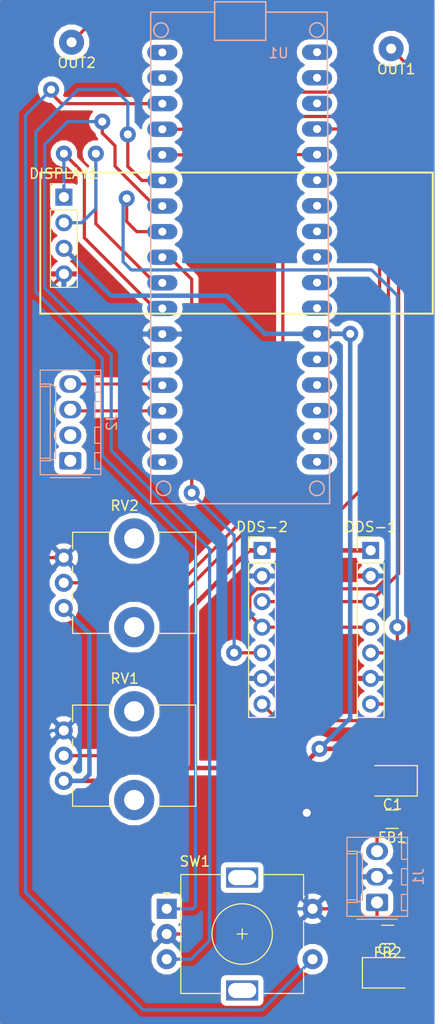
<source format=kicad_pcb>
(kicad_pcb (version 20171130) (host pcbnew "(5.0.1-3-g963ef8bb5)")

  (general
    (thickness 1.6)
    (drawings 4)
    (tracks 218)
    (zones 0)
    (modules 15)
    (nets 21)
  )

  (page A4)
  (layers
    (0 F.Cu signal)
    (31 B.Cu signal)
    (32 B.Adhes user)
    (33 F.Adhes user)
    (34 B.Paste user)
    (35 F.Paste user)
    (36 B.SilkS user)
    (37 F.SilkS user)
    (38 B.Mask user)
    (39 F.Mask user)
    (40 Dwgs.User user)
    (41 Cmts.User user)
    (42 Eco1.User user)
    (43 Eco2.User user)
    (44 Edge.Cuts user)
    (45 Margin user)
    (46 B.CrtYd user)
    (47 F.CrtYd user)
    (48 B.Fab user)
    (49 F.Fab user)
  )

  (setup
    (last_trace_width 0.32)
    (trace_clearance 0.2)
    (zone_clearance 0.508)
    (zone_45_only no)
    (trace_min 0.2)
    (segment_width 0.2)
    (edge_width 0.15)
    (via_size 1.6)
    (via_drill 0.8)
    (via_min_size 0.4)
    (via_min_drill 0.3)
    (uvia_size 0.3)
    (uvia_drill 0.1)
    (uvias_allowed no)
    (uvia_min_size 0.2)
    (uvia_min_drill 0.1)
    (pcb_text_width 0.3)
    (pcb_text_size 1.5 1.5)
    (mod_edge_width 0.15)
    (mod_text_size 1 1)
    (mod_text_width 0.15)
    (pad_size 1.524 1.524)
    (pad_drill 0.762)
    (pad_to_mask_clearance 0.051)
    (solder_mask_min_width 0.25)
    (aux_axis_origin 0 0)
    (visible_elements FFFFFF7F)
    (pcbplotparams
      (layerselection 0x00000_ffffffff)
      (usegerberextensions false)
      (usegerberattributes false)
      (usegerberadvancedattributes false)
      (creategerberjobfile false)
      (excludeedgelayer true)
      (linewidth 0.100000)
      (plotframeref false)
      (viasonmask false)
      (mode 1)
      (useauxorigin false)
      (hpglpennumber 1)
      (hpglpenspeed 20)
      (hpglpendiameter 15.000000)
      (psnegative false)
      (psa4output false)
      (plotreference true)
      (plotvalue true)
      (plotinvisibletext false)
      (padsonsilk false)
      (subtractmaskfromsilk false)
      (outputformat 4)
      (mirror false)
      (drillshape 1)
      (scaleselection 1)
      (outputdirectory ""))
  )

  (net 0 "")
  (net 1 +5V)
  (net 2 GND)
  (net 3 -5V)
  (net 4 /SDATA)
  (net 5 /CS1)
  (net 6 "Net-(DDS-1-Pad7)")
  (net 7 /SCLK)
  (net 8 "Net-(DDS-2-Pad7)")
  (net 9 /CS2)
  (net 10 /SDA)
  (net 11 /SCL)
  (net 12 "Net-(FB1-Pad2)")
  (net 13 "Net-(FB2-Pad2)")
  (net 14 /v-sync)
  (net 15 /h-sync)
  (net 16 /SPEED)
  (net 17 /PHASE)
  (net 18 /switch)
  (net 19 /B)
  (net 20 /A)

  (net_class Default "This is the default net class."
    (clearance 0.2)
    (trace_width 0.32)
    (via_dia 1.6)
    (via_drill 0.8)
    (uvia_dia 0.3)
    (uvia_drill 0.1)
    (add_net /A)
    (add_net /B)
    (add_net /CS1)
    (add_net /CS2)
    (add_net /PHASE)
    (add_net /SCL)
    (add_net /SCLK)
    (add_net /SDA)
    (add_net /SDATA)
    (add_net /SPEED)
    (add_net /h-sync)
    (add_net /switch)
    (add_net /v-sync)
    (add_net GND)
    (add_net "Net-(DDS-1-Pad7)")
    (add_net "Net-(DDS-2-Pad7)")
    (add_net "Net-(FB1-Pad2)")
    (add_net "Net-(FB2-Pad2)")
  )

  (net_class power ""
    (clearance 0.2)
    (trace_width 0.45)
    (via_dia 1.6)
    (via_drill 0.8)
    (uvia_dia 0.3)
    (uvia_drill 0.1)
    (add_net +5V)
    (add_net -5V)
  )

  (module synkie_footprints:Solderpad_1mm (layer F.Cu) (tedit 5C6B1640) (tstamp 5CCDC493)
    (at 166.37 60.96)
    (path /5CC0A73E)
    (fp_text reference OUT1 (at 0 1.778) (layer F.SilkS)
      (effects (font (size 1 1) (thickness 0.15)))
    )
    (fp_text value Conn_01x01 (at 0 -2.032) (layer F.Fab)
      (effects (font (size 1 1) (thickness 0.15)))
    )
    (pad 1 thru_hole circle (at -0.508 -0.254) (size 2.5 2.5) (drill 1) (layers *.Cu *.Mask)
      (net 6 "Net-(DDS-1-Pad7)"))
  )

  (module synkie_footprints:Solderpad_1mm (layer F.Cu) (tedit 5C6B1640) (tstamp 5CCCEAEA)
    (at 134.62 60.325)
    (path /5CC09DEE)
    (fp_text reference OUT2 (at 0 1.778) (layer F.SilkS)
      (effects (font (size 1 1) (thickness 0.15)))
    )
    (fp_text value Conn_01x01 (at 0 -2.032) (layer F.Fab)
      (effects (font (size 1 1) (thickness 0.15)))
    )
    (pad 1 thru_hole circle (at -0.508 -0.254) (size 2.5 2.5) (drill 1) (layers *.Cu *.Mask)
      (net 8 "Net-(DDS-2-Pad7)"))
  )

  (module Connector_PinHeader_2.54mm:PinHeader_1x07_P2.54mm_Vertical (layer F.Cu) (tedit 59FED5CC) (tstamp 5CCDC8B5)
    (at 153.035 110.49)
    (descr "Through hole straight pin header, 1x07, 2.54mm pitch, single row")
    (tags "Through hole pin header THT 1x07 2.54mm single row")
    (path /5CC06B39)
    (fp_text reference DDS-2 (at 0 -2.33) (layer F.SilkS)
      (effects (font (size 1 1) (thickness 0.15)))
    )
    (fp_text value Conn_01x07 (at 0 17.57) (layer F.Fab)
      (effects (font (size 1 1) (thickness 0.15)))
    )
    (fp_text user %R (at 0 7.62 90) (layer F.Fab)
      (effects (font (size 1 1) (thickness 0.15)))
    )
    (fp_line (start 1.8 -1.8) (end -1.8 -1.8) (layer F.CrtYd) (width 0.05))
    (fp_line (start 1.8 17.05) (end 1.8 -1.8) (layer F.CrtYd) (width 0.05))
    (fp_line (start -1.8 17.05) (end 1.8 17.05) (layer F.CrtYd) (width 0.05))
    (fp_line (start -1.8 -1.8) (end -1.8 17.05) (layer F.CrtYd) (width 0.05))
    (fp_line (start -1.33 -1.33) (end 0 -1.33) (layer F.SilkS) (width 0.12))
    (fp_line (start -1.33 0) (end -1.33 -1.33) (layer F.SilkS) (width 0.12))
    (fp_line (start -1.33 1.27) (end 1.33 1.27) (layer F.SilkS) (width 0.12))
    (fp_line (start 1.33 1.27) (end 1.33 16.57) (layer F.SilkS) (width 0.12))
    (fp_line (start -1.33 1.27) (end -1.33 16.57) (layer F.SilkS) (width 0.12))
    (fp_line (start -1.33 16.57) (end 1.33 16.57) (layer F.SilkS) (width 0.12))
    (fp_line (start -1.27 -0.635) (end -0.635 -1.27) (layer F.Fab) (width 0.1))
    (fp_line (start -1.27 16.51) (end -1.27 -0.635) (layer F.Fab) (width 0.1))
    (fp_line (start 1.27 16.51) (end -1.27 16.51) (layer F.Fab) (width 0.1))
    (fp_line (start 1.27 -1.27) (end 1.27 16.51) (layer F.Fab) (width 0.1))
    (fp_line (start -0.635 -1.27) (end 1.27 -1.27) (layer F.Fab) (width 0.1))
    (pad 7 thru_hole oval (at 0 15.24) (size 1.7 1.7) (drill 1) (layers *.Cu *.Mask)
      (net 8 "Net-(DDS-2-Pad7)"))
    (pad 6 thru_hole oval (at 0 12.7) (size 1.7 1.7) (drill 1) (layers *.Cu *.Mask)
      (net 2 GND))
    (pad 5 thru_hole oval (at 0 10.16) (size 1.7 1.7) (drill 1) (layers *.Cu *.Mask)
      (net 9 /CS2))
    (pad 4 thru_hole oval (at 0 7.62) (size 1.7 1.7) (drill 1) (layers *.Cu *.Mask)
      (net 7 /SCLK))
    (pad 3 thru_hole oval (at 0 5.08) (size 1.7 1.7) (drill 1) (layers *.Cu *.Mask)
      (net 4 /SDATA))
    (pad 2 thru_hole oval (at 0 2.54) (size 1.7 1.7) (drill 1) (layers *.Cu *.Mask)
      (net 2 GND))
    (pad 1 thru_hole rect (at 0 0) (size 1.7 1.7) (drill 1) (layers *.Cu *.Mask)
      (net 1 +5V))
    (model ${KISYS3DMOD}/Connector_PinHeader_2.54mm.3dshapes/PinHeader_1x07_P2.54mm_Vertical.wrl
      (at (xyz 0 0 0))
      (scale (xyz 1 1 1))
      (rotate (xyz 0 0 0))
    )
  )

  (module Connector_PinHeader_2.54mm:PinHeader_1x07_P2.54mm_Vertical (layer F.Cu) (tedit 59FED5CC) (tstamp 5CCDB4A0)
    (at 163.83 110.49)
    (descr "Through hole straight pin header, 1x07, 2.54mm pitch, single row")
    (tags "Through hole pin header THT 1x07 2.54mm single row")
    (path /5CC0686F)
    (fp_text reference DDS-1 (at 0 -2.33) (layer F.SilkS)
      (effects (font (size 1 1) (thickness 0.15)))
    )
    (fp_text value Conn_01x07 (at 0 17.57) (layer F.Fab)
      (effects (font (size 1 1) (thickness 0.15)))
    )
    (fp_text user %R (at 0 7.62 90) (layer F.Fab)
      (effects (font (size 1 1) (thickness 0.15)))
    )
    (fp_line (start 1.8 -1.8) (end -1.8 -1.8) (layer F.CrtYd) (width 0.05))
    (fp_line (start 1.8 17.05) (end 1.8 -1.8) (layer F.CrtYd) (width 0.05))
    (fp_line (start -1.8 17.05) (end 1.8 17.05) (layer F.CrtYd) (width 0.05))
    (fp_line (start -1.8 -1.8) (end -1.8 17.05) (layer F.CrtYd) (width 0.05))
    (fp_line (start -1.33 -1.33) (end 0 -1.33) (layer F.SilkS) (width 0.12))
    (fp_line (start -1.33 0) (end -1.33 -1.33) (layer F.SilkS) (width 0.12))
    (fp_line (start -1.33 1.27) (end 1.33 1.27) (layer F.SilkS) (width 0.12))
    (fp_line (start 1.33 1.27) (end 1.33 16.57) (layer F.SilkS) (width 0.12))
    (fp_line (start -1.33 1.27) (end -1.33 16.57) (layer F.SilkS) (width 0.12))
    (fp_line (start -1.33 16.57) (end 1.33 16.57) (layer F.SilkS) (width 0.12))
    (fp_line (start -1.27 -0.635) (end -0.635 -1.27) (layer F.Fab) (width 0.1))
    (fp_line (start -1.27 16.51) (end -1.27 -0.635) (layer F.Fab) (width 0.1))
    (fp_line (start 1.27 16.51) (end -1.27 16.51) (layer F.Fab) (width 0.1))
    (fp_line (start 1.27 -1.27) (end 1.27 16.51) (layer F.Fab) (width 0.1))
    (fp_line (start -0.635 -1.27) (end 1.27 -1.27) (layer F.Fab) (width 0.1))
    (pad 7 thru_hole oval (at 0 15.24) (size 1.7 1.7) (drill 1) (layers *.Cu *.Mask)
      (net 6 "Net-(DDS-1-Pad7)"))
    (pad 6 thru_hole oval (at 0 12.7) (size 1.7 1.7) (drill 1) (layers *.Cu *.Mask)
      (net 2 GND))
    (pad 5 thru_hole oval (at 0 10.16) (size 1.7 1.7) (drill 1) (layers *.Cu *.Mask)
      (net 5 /CS1))
    (pad 4 thru_hole oval (at 0 7.62) (size 1.7 1.7) (drill 1) (layers *.Cu *.Mask)
      (net 7 /SCLK))
    (pad 3 thru_hole oval (at 0 5.08) (size 1.7 1.7) (drill 1) (layers *.Cu *.Mask)
      (net 4 /SDATA))
    (pad 2 thru_hole oval (at 0 2.54) (size 1.7 1.7) (drill 1) (layers *.Cu *.Mask)
      (net 2 GND))
    (pad 1 thru_hole rect (at 0 0) (size 1.7 1.7) (drill 1) (layers *.Cu *.Mask)
      (net 1 +5V))
    (model ${KISYS3DMOD}/Connector_PinHeader_2.54mm.3dshapes/PinHeader_1x07_P2.54mm_Vertical.wrl
      (at (xyz 0 0 0))
      (scale (xyz 1 1 1))
      (rotate (xyz 0 0 0))
    )
  )

  (module Connector_PinHeader_2.54mm:PinHeader_1x04_P2.54mm_Vertical (layer F.Cu) (tedit 59FED5CC) (tstamp 5CCCEA60)
    (at 133.35 75.438)
    (descr "Through hole straight pin header, 1x04, 2.54mm pitch, single row")
    (tags "Through hole pin header THT 1x04 2.54mm single row")
    (path /5CC0CF07)
    (fp_text reference DISPLAY1 (at 0 -2.33) (layer F.SilkS)
      (effects (font (size 1 1) (thickness 0.15)))
    )
    (fp_text value Conn_01x04 (at 0 9.95) (layer F.Fab)
      (effects (font (size 1 1) (thickness 0.15)))
    )
    (fp_text user %R (at 0 3.81 90) (layer F.Fab)
      (effects (font (size 1 1) (thickness 0.15)))
    )
    (fp_line (start 1.8 -1.8) (end -1.8 -1.8) (layer F.CrtYd) (width 0.05))
    (fp_line (start 1.8 9.4) (end 1.8 -1.8) (layer F.CrtYd) (width 0.05))
    (fp_line (start -1.8 9.4) (end 1.8 9.4) (layer F.CrtYd) (width 0.05))
    (fp_line (start -1.8 -1.8) (end -1.8 9.4) (layer F.CrtYd) (width 0.05))
    (fp_line (start -1.33 -1.33) (end 0 -1.33) (layer F.SilkS) (width 0.12))
    (fp_line (start -1.33 0) (end -1.33 -1.33) (layer F.SilkS) (width 0.12))
    (fp_line (start -1.33 1.27) (end 1.33 1.27) (layer F.SilkS) (width 0.12))
    (fp_line (start 1.33 1.27) (end 1.33 8.95) (layer F.SilkS) (width 0.12))
    (fp_line (start -1.33 1.27) (end -1.33 8.95) (layer F.SilkS) (width 0.12))
    (fp_line (start -1.33 8.95) (end 1.33 8.95) (layer F.SilkS) (width 0.12))
    (fp_line (start -1.27 -0.635) (end -0.635 -1.27) (layer F.Fab) (width 0.1))
    (fp_line (start -1.27 8.89) (end -1.27 -0.635) (layer F.Fab) (width 0.1))
    (fp_line (start 1.27 8.89) (end -1.27 8.89) (layer F.Fab) (width 0.1))
    (fp_line (start 1.27 -1.27) (end 1.27 8.89) (layer F.Fab) (width 0.1))
    (fp_line (start -0.635 -1.27) (end 1.27 -1.27) (layer F.Fab) (width 0.1))
    (pad 4 thru_hole oval (at 0 7.62) (size 1.7 1.7) (drill 1) (layers *.Cu *.Mask)
      (net 2 GND))
    (pad 3 thru_hole oval (at 0 5.08) (size 1.7 1.7) (drill 1) (layers *.Cu *.Mask)
      (net 1 +5V))
    (pad 2 thru_hole oval (at 0 2.54) (size 1.7 1.7) (drill 1) (layers *.Cu *.Mask)
      (net 11 /SCL))
    (pad 1 thru_hole rect (at 0 0) (size 1.7 1.7) (drill 1) (layers *.Cu *.Mask)
      (net 10 /SDA))
    (model ${KISYS3DMOD}/Connector_PinHeader_2.54mm.3dshapes/PinHeader_1x04_P2.54mm_Vertical.wrl
      (at (xyz 0 0 0))
      (scale (xyz 1 1 1))
      (rotate (xyz 0 0 0))
    )
  )

  (module Capacitor_Tantalum_SMD:CP_EIA-3528-21_Kemet-B (layer F.Cu) (tedit 5B342532) (tstamp 5CCDCA77)
    (at 166.0025 133.35 180)
    (descr "Tantalum Capacitor SMD Kemet-B (3528-21 Metric), IPC_7351 nominal, (Body size from: http://www.kemet.com/Lists/ProductCatalog/Attachments/253/KEM_TC101_STD.pdf), generated with kicad-footprint-generator")
    (tags "capacitor tantalum")
    (path /5C6AD59C)
    (attr smd)
    (fp_text reference C1 (at 0 -2.35 180) (layer F.SilkS)
      (effects (font (size 1 1) (thickness 0.15)))
    )
    (fp_text value 10u (at 0 2.35 180) (layer F.Fab)
      (effects (font (size 1 1) (thickness 0.15)))
    )
    (fp_line (start 1.75 -1.4) (end -1.05 -1.4) (layer F.Fab) (width 0.1))
    (fp_line (start -1.05 -1.4) (end -1.75 -0.7) (layer F.Fab) (width 0.1))
    (fp_line (start -1.75 -0.7) (end -1.75 1.4) (layer F.Fab) (width 0.1))
    (fp_line (start -1.75 1.4) (end 1.75 1.4) (layer F.Fab) (width 0.1))
    (fp_line (start 1.75 1.4) (end 1.75 -1.4) (layer F.Fab) (width 0.1))
    (fp_line (start 1.75 -1.51) (end -2.46 -1.51) (layer F.SilkS) (width 0.12))
    (fp_line (start -2.46 -1.51) (end -2.46 1.51) (layer F.SilkS) (width 0.12))
    (fp_line (start -2.46 1.51) (end 1.75 1.51) (layer F.SilkS) (width 0.12))
    (fp_line (start -2.45 1.65) (end -2.45 -1.65) (layer F.CrtYd) (width 0.05))
    (fp_line (start -2.45 -1.65) (end 2.45 -1.65) (layer F.CrtYd) (width 0.05))
    (fp_line (start 2.45 -1.65) (end 2.45 1.65) (layer F.CrtYd) (width 0.05))
    (fp_line (start 2.45 1.65) (end -2.45 1.65) (layer F.CrtYd) (width 0.05))
    (fp_text user %R (at 0 0 180) (layer F.Fab)
      (effects (font (size 0.88 0.88) (thickness 0.13)))
    )
    (pad 1 smd roundrect (at -1.5375 0 180) (size 1.325 2.35) (layers F.Cu F.Paste F.Mask) (roundrect_rratio 0.188679)
      (net 1 +5V))
    (pad 2 smd roundrect (at 1.5375 0 180) (size 1.325 2.35) (layers F.Cu F.Paste F.Mask) (roundrect_rratio 0.188679)
      (net 2 GND))
    (model ${KISYS3DMOD}/Capacitor_Tantalum_SMD.3dshapes/CP_EIA-3528-21_Kemet-B.wrl
      (at (xyz 0 0 0))
      (scale (xyz 1 1 1))
      (rotate (xyz 0 0 0))
    )
  )

  (module Capacitor_Tantalum_SMD:CP_EIA-3528-21_Kemet-B (layer F.Cu) (tedit 5B342532) (tstamp 5CCDCA41)
    (at 165.4675 152.4)
    (descr "Tantalum Capacitor SMD Kemet-B (3528-21 Metric), IPC_7351 nominal, (Body size from: http://www.kemet.com/Lists/ProductCatalog/Attachments/253/KEM_TC101_STD.pdf), generated with kicad-footprint-generator")
    (tags "capacitor tantalum")
    (path /5C6AD7CD)
    (attr smd)
    (fp_text reference C2 (at 0 -2.35) (layer F.SilkS)
      (effects (font (size 1 1) (thickness 0.15)))
    )
    (fp_text value 10u (at 0 2.35) (layer F.Fab)
      (effects (font (size 1 1) (thickness 0.15)))
    )
    (fp_text user %R (at 0 0) (layer F.Fab)
      (effects (font (size 0.88 0.88) (thickness 0.13)))
    )
    (fp_line (start 2.45 1.65) (end -2.45 1.65) (layer F.CrtYd) (width 0.05))
    (fp_line (start 2.45 -1.65) (end 2.45 1.65) (layer F.CrtYd) (width 0.05))
    (fp_line (start -2.45 -1.65) (end 2.45 -1.65) (layer F.CrtYd) (width 0.05))
    (fp_line (start -2.45 1.65) (end -2.45 -1.65) (layer F.CrtYd) (width 0.05))
    (fp_line (start -2.46 1.51) (end 1.75 1.51) (layer F.SilkS) (width 0.12))
    (fp_line (start -2.46 -1.51) (end -2.46 1.51) (layer F.SilkS) (width 0.12))
    (fp_line (start 1.75 -1.51) (end -2.46 -1.51) (layer F.SilkS) (width 0.12))
    (fp_line (start 1.75 1.4) (end 1.75 -1.4) (layer F.Fab) (width 0.1))
    (fp_line (start -1.75 1.4) (end 1.75 1.4) (layer F.Fab) (width 0.1))
    (fp_line (start -1.75 -0.7) (end -1.75 1.4) (layer F.Fab) (width 0.1))
    (fp_line (start -1.05 -1.4) (end -1.75 -0.7) (layer F.Fab) (width 0.1))
    (fp_line (start 1.75 -1.4) (end -1.05 -1.4) (layer F.Fab) (width 0.1))
    (pad 2 smd roundrect (at 1.5375 0) (size 1.325 2.35) (layers F.Cu F.Paste F.Mask) (roundrect_rratio 0.188679)
      (net 3 -5V))
    (pad 1 smd roundrect (at -1.5375 0) (size 1.325 2.35) (layers F.Cu F.Paste F.Mask) (roundrect_rratio 0.188679)
      (net 2 GND))
    (model ${KISYS3DMOD}/Capacitor_Tantalum_SMD.3dshapes/CP_EIA-3528-21_Kemet-B.wrl
      (at (xyz 0 0 0))
      (scale (xyz 1 1 1))
      (rotate (xyz 0 0 0))
    )
  )

  (module Inductor_SMD:L_1206_3216Metric_Pad1.42x1.75mm_HandSolder (layer F.Cu) (tedit 5B301BBE) (tstamp 5CCDCAAB)
    (at 165.9525 137.16 180)
    (descr "Capacitor SMD 1206 (3216 Metric), square (rectangular) end terminal, IPC_7351 nominal with elongated pad for handsoldering. (Body size source: http://www.tortai-tech.com/upload/download/2011102023233369053.pdf), generated with kicad-footprint-generator")
    (tags "inductor handsolder")
    (path /5C6ACEE4)
    (attr smd)
    (fp_text reference FB1 (at 0 -1.82 180) (layer F.SilkS)
      (effects (font (size 1 1) (thickness 0.15)))
    )
    (fp_text value Ferrite_Bead (at 0 1.82 180) (layer F.Fab)
      (effects (font (size 1 1) (thickness 0.15)))
    )
    (fp_line (start -1.6 0.8) (end -1.6 -0.8) (layer F.Fab) (width 0.1))
    (fp_line (start -1.6 -0.8) (end 1.6 -0.8) (layer F.Fab) (width 0.1))
    (fp_line (start 1.6 -0.8) (end 1.6 0.8) (layer F.Fab) (width 0.1))
    (fp_line (start 1.6 0.8) (end -1.6 0.8) (layer F.Fab) (width 0.1))
    (fp_line (start -0.602064 -0.91) (end 0.602064 -0.91) (layer F.SilkS) (width 0.12))
    (fp_line (start -0.602064 0.91) (end 0.602064 0.91) (layer F.SilkS) (width 0.12))
    (fp_line (start -2.45 1.12) (end -2.45 -1.12) (layer F.CrtYd) (width 0.05))
    (fp_line (start -2.45 -1.12) (end 2.45 -1.12) (layer F.CrtYd) (width 0.05))
    (fp_line (start 2.45 -1.12) (end 2.45 1.12) (layer F.CrtYd) (width 0.05))
    (fp_line (start 2.45 1.12) (end -2.45 1.12) (layer F.CrtYd) (width 0.05))
    (fp_text user %R (at 0 0 180) (layer F.Fab)
      (effects (font (size 0.8 0.8) (thickness 0.12)))
    )
    (pad 1 smd roundrect (at -1.4875 0 180) (size 1.425 1.75) (layers F.Cu F.Paste F.Mask) (roundrect_rratio 0.175439)
      (net 1 +5V))
    (pad 2 smd roundrect (at 1.4875 0 180) (size 1.425 1.75) (layers F.Cu F.Paste F.Mask) (roundrect_rratio 0.175439)
      (net 12 "Net-(FB1-Pad2)"))
    (model ${KISYS3DMOD}/Inductor_SMD.3dshapes/L_1206_3216Metric.wrl
      (at (xyz 0 0 0))
      (scale (xyz 1 1 1))
      (rotate (xyz 0 0 0))
    )
  )

  (module Inductor_SMD:L_1206_3216Metric_Pad1.42x1.75mm_HandSolder (layer F.Cu) (tedit 5B301BBE) (tstamp 5CCDCA0F)
    (at 165.5175 148.59 180)
    (descr "Capacitor SMD 1206 (3216 Metric), square (rectangular) end terminal, IPC_7351 nominal with elongated pad for handsoldering. (Body size source: http://www.tortai-tech.com/upload/download/2011102023233369053.pdf), generated with kicad-footprint-generator")
    (tags "inductor handsolder")
    (path /5C6ACF86)
    (attr smd)
    (fp_text reference FB2 (at 0 -1.82 180) (layer F.SilkS)
      (effects (font (size 1 1) (thickness 0.15)))
    )
    (fp_text value Ferrite_Bead (at 0 1.82 180) (layer F.Fab)
      (effects (font (size 1 1) (thickness 0.15)))
    )
    (fp_text user %R (at 0 0 180) (layer F.Fab)
      (effects (font (size 0.8 0.8) (thickness 0.12)))
    )
    (fp_line (start 2.45 1.12) (end -2.45 1.12) (layer F.CrtYd) (width 0.05))
    (fp_line (start 2.45 -1.12) (end 2.45 1.12) (layer F.CrtYd) (width 0.05))
    (fp_line (start -2.45 -1.12) (end 2.45 -1.12) (layer F.CrtYd) (width 0.05))
    (fp_line (start -2.45 1.12) (end -2.45 -1.12) (layer F.CrtYd) (width 0.05))
    (fp_line (start -0.602064 0.91) (end 0.602064 0.91) (layer F.SilkS) (width 0.12))
    (fp_line (start -0.602064 -0.91) (end 0.602064 -0.91) (layer F.SilkS) (width 0.12))
    (fp_line (start 1.6 0.8) (end -1.6 0.8) (layer F.Fab) (width 0.1))
    (fp_line (start 1.6 -0.8) (end 1.6 0.8) (layer F.Fab) (width 0.1))
    (fp_line (start -1.6 -0.8) (end 1.6 -0.8) (layer F.Fab) (width 0.1))
    (fp_line (start -1.6 0.8) (end -1.6 -0.8) (layer F.Fab) (width 0.1))
    (pad 2 smd roundrect (at 1.4875 0 180) (size 1.425 1.75) (layers F.Cu F.Paste F.Mask) (roundrect_rratio 0.175439)
      (net 13 "Net-(FB2-Pad2)"))
    (pad 1 smd roundrect (at -1.4875 0 180) (size 1.425 1.75) (layers F.Cu F.Paste F.Mask) (roundrect_rratio 0.175439)
      (net 3 -5V))
    (model ${KISYS3DMOD}/Inductor_SMD.3dshapes/L_1206_3216Metric.wrl
      (at (xyz 0 0 0))
      (scale (xyz 1 1 1))
      (rotate (xyz 0 0 0))
    )
  )

  (module Connector_Molex:Molex_KK-254_AE-6410-03A_1x03_P2.54mm_Vertical (layer B.Cu) (tedit 5B78013E) (tstamp 5CCCEAAA)
    (at 164.465 145.415 90)
    (descr "Molex KK-254 Interconnect System, old/engineering part number: AE-6410-03A example for new part number: 22-27-2031, 3 Pins (http://www.molex.com/pdm_docs/sd/022272021_sd.pdf), generated with kicad-footprint-generator")
    (tags "connector Molex KK-254 side entry")
    (path /5C6ACCC5)
    (fp_text reference J1 (at 2.54 4.12 90) (layer B.SilkS)
      (effects (font (size 1 1) (thickness 0.15)) (justify mirror))
    )
    (fp_text value Supply (at 2.54 -4.08 90) (layer B.Fab)
      (effects (font (size 1 1) (thickness 0.15)) (justify mirror))
    )
    (fp_line (start -1.27 2.92) (end -1.27 -2.88) (layer B.Fab) (width 0.1))
    (fp_line (start -1.27 -2.88) (end 6.35 -2.88) (layer B.Fab) (width 0.1))
    (fp_line (start 6.35 -2.88) (end 6.35 2.92) (layer B.Fab) (width 0.1))
    (fp_line (start 6.35 2.92) (end -1.27 2.92) (layer B.Fab) (width 0.1))
    (fp_line (start -1.38 3.03) (end -1.38 -2.99) (layer B.SilkS) (width 0.12))
    (fp_line (start -1.38 -2.99) (end 6.46 -2.99) (layer B.SilkS) (width 0.12))
    (fp_line (start 6.46 -2.99) (end 6.46 3.03) (layer B.SilkS) (width 0.12))
    (fp_line (start 6.46 3.03) (end -1.38 3.03) (layer B.SilkS) (width 0.12))
    (fp_line (start -1.67 2) (end -1.67 -2) (layer B.SilkS) (width 0.12))
    (fp_line (start -1.27 0.5) (end -0.562893 0) (layer B.Fab) (width 0.1))
    (fp_line (start -0.562893 0) (end -1.27 -0.5) (layer B.Fab) (width 0.1))
    (fp_line (start 0 -2.99) (end 0 -1.99) (layer B.SilkS) (width 0.12))
    (fp_line (start 0 -1.99) (end 5.08 -1.99) (layer B.SilkS) (width 0.12))
    (fp_line (start 5.08 -1.99) (end 5.08 -2.99) (layer B.SilkS) (width 0.12))
    (fp_line (start 0 -1.99) (end 0.25 -1.46) (layer B.SilkS) (width 0.12))
    (fp_line (start 0.25 -1.46) (end 4.83 -1.46) (layer B.SilkS) (width 0.12))
    (fp_line (start 4.83 -1.46) (end 5.08 -1.99) (layer B.SilkS) (width 0.12))
    (fp_line (start 0.25 -2.99) (end 0.25 -1.99) (layer B.SilkS) (width 0.12))
    (fp_line (start 4.83 -2.99) (end 4.83 -1.99) (layer B.SilkS) (width 0.12))
    (fp_line (start -0.8 3.03) (end -0.8 2.43) (layer B.SilkS) (width 0.12))
    (fp_line (start -0.8 2.43) (end 0.8 2.43) (layer B.SilkS) (width 0.12))
    (fp_line (start 0.8 2.43) (end 0.8 3.03) (layer B.SilkS) (width 0.12))
    (fp_line (start 1.74 3.03) (end 1.74 2.43) (layer B.SilkS) (width 0.12))
    (fp_line (start 1.74 2.43) (end 3.34 2.43) (layer B.SilkS) (width 0.12))
    (fp_line (start 3.34 2.43) (end 3.34 3.03) (layer B.SilkS) (width 0.12))
    (fp_line (start 4.28 3.03) (end 4.28 2.43) (layer B.SilkS) (width 0.12))
    (fp_line (start 4.28 2.43) (end 5.88 2.43) (layer B.SilkS) (width 0.12))
    (fp_line (start 5.88 2.43) (end 5.88 3.03) (layer B.SilkS) (width 0.12))
    (fp_line (start -1.77 3.42) (end -1.77 -3.38) (layer B.CrtYd) (width 0.05))
    (fp_line (start -1.77 -3.38) (end 6.85 -3.38) (layer B.CrtYd) (width 0.05))
    (fp_line (start 6.85 -3.38) (end 6.85 3.42) (layer B.CrtYd) (width 0.05))
    (fp_line (start 6.85 3.42) (end -1.77 3.42) (layer B.CrtYd) (width 0.05))
    (fp_text user %R (at 2.54 2.22 90) (layer B.Fab)
      (effects (font (size 1 1) (thickness 0.15)) (justify mirror))
    )
    (pad 1 thru_hole roundrect (at 0 0 90) (size 1.74 2.2) (drill 1.2) (layers *.Cu *.Mask) (roundrect_rratio 0.143678)
      (net 13 "Net-(FB2-Pad2)"))
    (pad 2 thru_hole oval (at 2.54 0 90) (size 1.74 2.2) (drill 1.2) (layers *.Cu *.Mask)
      (net 2 GND))
    (pad 3 thru_hole oval (at 5.08 0 90) (size 1.74 2.2) (drill 1.2) (layers *.Cu *.Mask)
      (net 12 "Net-(FB1-Pad2)"))
    (model ${KISYS3DMOD}/Connector_Molex.3dshapes/Molex_KK-254_AE-6410-03A_1x03_P2.54mm_Vertical.wrl
      (at (xyz 0 0 0))
      (scale (xyz 1 1 1))
      (rotate (xyz 0 0 0))
    )
  )

  (module Connector_Molex:Molex_KK-254_AE-6410-04A_1x04_P2.54mm_Vertical (layer B.Cu) (tedit 5B78013E) (tstamp 5CCCEAD6)
    (at 133.985 101.6 90)
    (descr "Molex KK-254 Interconnect System, old/engineering part number: AE-6410-04A example for new part number: 22-27-2041, 4 Pins (http://www.molex.com/pdm_docs/sd/022272021_sd.pdf), generated with kicad-footprint-generator")
    (tags "connector Molex KK-254 side entry")
    (path /5C6ADAD3)
    (fp_text reference J2 (at 3.81 4.12 90) (layer B.SilkS)
      (effects (font (size 1 1) (thickness 0.15)) (justify mirror))
    )
    (fp_text value Sync (at 3.81 -4.08 90) (layer B.Fab)
      (effects (font (size 1 1) (thickness 0.15)) (justify mirror))
    )
    (fp_line (start -1.27 2.92) (end -1.27 -2.88) (layer B.Fab) (width 0.1))
    (fp_line (start -1.27 -2.88) (end 8.89 -2.88) (layer B.Fab) (width 0.1))
    (fp_line (start 8.89 -2.88) (end 8.89 2.92) (layer B.Fab) (width 0.1))
    (fp_line (start 8.89 2.92) (end -1.27 2.92) (layer B.Fab) (width 0.1))
    (fp_line (start -1.38 3.03) (end -1.38 -2.99) (layer B.SilkS) (width 0.12))
    (fp_line (start -1.38 -2.99) (end 9 -2.99) (layer B.SilkS) (width 0.12))
    (fp_line (start 9 -2.99) (end 9 3.03) (layer B.SilkS) (width 0.12))
    (fp_line (start 9 3.03) (end -1.38 3.03) (layer B.SilkS) (width 0.12))
    (fp_line (start -1.67 2) (end -1.67 -2) (layer B.SilkS) (width 0.12))
    (fp_line (start -1.27 0.5) (end -0.562893 0) (layer B.Fab) (width 0.1))
    (fp_line (start -0.562893 0) (end -1.27 -0.5) (layer B.Fab) (width 0.1))
    (fp_line (start 0 -2.99) (end 0 -1.99) (layer B.SilkS) (width 0.12))
    (fp_line (start 0 -1.99) (end 7.62 -1.99) (layer B.SilkS) (width 0.12))
    (fp_line (start 7.62 -1.99) (end 7.62 -2.99) (layer B.SilkS) (width 0.12))
    (fp_line (start 0 -1.99) (end 0.25 -1.46) (layer B.SilkS) (width 0.12))
    (fp_line (start 0.25 -1.46) (end 7.37 -1.46) (layer B.SilkS) (width 0.12))
    (fp_line (start 7.37 -1.46) (end 7.62 -1.99) (layer B.SilkS) (width 0.12))
    (fp_line (start 0.25 -2.99) (end 0.25 -1.99) (layer B.SilkS) (width 0.12))
    (fp_line (start 7.37 -2.99) (end 7.37 -1.99) (layer B.SilkS) (width 0.12))
    (fp_line (start -0.8 3.03) (end -0.8 2.43) (layer B.SilkS) (width 0.12))
    (fp_line (start -0.8 2.43) (end 0.8 2.43) (layer B.SilkS) (width 0.12))
    (fp_line (start 0.8 2.43) (end 0.8 3.03) (layer B.SilkS) (width 0.12))
    (fp_line (start 1.74 3.03) (end 1.74 2.43) (layer B.SilkS) (width 0.12))
    (fp_line (start 1.74 2.43) (end 3.34 2.43) (layer B.SilkS) (width 0.12))
    (fp_line (start 3.34 2.43) (end 3.34 3.03) (layer B.SilkS) (width 0.12))
    (fp_line (start 4.28 3.03) (end 4.28 2.43) (layer B.SilkS) (width 0.12))
    (fp_line (start 4.28 2.43) (end 5.88 2.43) (layer B.SilkS) (width 0.12))
    (fp_line (start 5.88 2.43) (end 5.88 3.03) (layer B.SilkS) (width 0.12))
    (fp_line (start 6.82 3.03) (end 6.82 2.43) (layer B.SilkS) (width 0.12))
    (fp_line (start 6.82 2.43) (end 8.42 2.43) (layer B.SilkS) (width 0.12))
    (fp_line (start 8.42 2.43) (end 8.42 3.03) (layer B.SilkS) (width 0.12))
    (fp_line (start -1.77 3.42) (end -1.77 -3.38) (layer B.CrtYd) (width 0.05))
    (fp_line (start -1.77 -3.38) (end 9.39 -3.38) (layer B.CrtYd) (width 0.05))
    (fp_line (start 9.39 -3.38) (end 9.39 3.42) (layer B.CrtYd) (width 0.05))
    (fp_line (start 9.39 3.42) (end -1.77 3.42) (layer B.CrtYd) (width 0.05))
    (fp_text user %R (at 3.81 2.22 90) (layer B.Fab)
      (effects (font (size 1 1) (thickness 0.15)) (justify mirror))
    )
    (pad 1 thru_hole roundrect (at 0 0 90) (size 1.74 2.2) (drill 1.2) (layers *.Cu *.Mask) (roundrect_rratio 0.143678))
    (pad 2 thru_hole oval (at 2.54 0 90) (size 1.74 2.2) (drill 1.2) (layers *.Cu *.Mask))
    (pad 3 thru_hole oval (at 5.08 0 90) (size 1.74 2.2) (drill 1.2) (layers *.Cu *.Mask)
      (net 14 /v-sync))
    (pad 4 thru_hole oval (at 7.62 0 90) (size 1.74 2.2) (drill 1.2) (layers *.Cu *.Mask)
      (net 15 /h-sync))
    (model ${KISYS3DMOD}/Connector_Molex.3dshapes/Molex_KK-254_AE-6410-04A_1x04_P2.54mm_Vertical.wrl
      (at (xyz 0 0 0))
      (scale (xyz 1 1 1))
      (rotate (xyz 0 0 0))
    )
  )

  (module synkie_footprints:Potentiometer_Alps_RK09K_Single_Vertical (layer F.Cu) (tedit 5A3D4993) (tstamp 5CCDC254)
    (at 133.335 133.355)
    (descr "Potentiometer, vertical, Alps RK09K Single, http://www.alps.com/prod/info/E/HTML/Potentiometer/RotaryPotentiometers/RK09K/RK09K_list.html")
    (tags "Potentiometer vertical Alps RK09K Single")
    (path /5CC0EAD5)
    (fp_text reference RV1 (at 6.05 -10.15) (layer F.SilkS)
      (effects (font (size 1 1) (thickness 0.15)))
    )
    (fp_text value R_POT (at 6.05 5.15) (layer F.Fab)
      (effects (font (size 1 1) (thickness 0.15)))
    )
    (fp_circle (center 7.5 -2.5) (end 10.5 -2.5) (layer F.Fab) (width 0.1))
    (fp_line (start 1 -7.4) (end 1 2.4) (layer F.Fab) (width 0.1))
    (fp_line (start 1 2.4) (end 13 2.4) (layer F.Fab) (width 0.1))
    (fp_line (start 13 2.4) (end 13 -7.4) (layer F.Fab) (width 0.1))
    (fp_line (start 13 -7.4) (end 1 -7.4) (layer F.Fab) (width 0.1))
    (fp_line (start 0.88 -7.521) (end 4.817 -7.521) (layer F.SilkS) (width 0.12))
    (fp_line (start 9.184 -7.521) (end 13.12 -7.521) (layer F.SilkS) (width 0.12))
    (fp_line (start 0.88 2.52) (end 4.817 2.52) (layer F.SilkS) (width 0.12))
    (fp_line (start 9.184 2.52) (end 13.12 2.52) (layer F.SilkS) (width 0.12))
    (fp_line (start 0.88 -7.521) (end 0.88 -5.871) (layer F.SilkS) (width 0.12))
    (fp_line (start 0.88 -4.129) (end 0.88 -3.37) (layer F.SilkS) (width 0.12))
    (fp_line (start 0.88 -1.629) (end 0.88 -0.87) (layer F.SilkS) (width 0.12))
    (fp_line (start 0.88 0.87) (end 0.88 2.52) (layer F.SilkS) (width 0.12))
    (fp_line (start 13.12 -7.521) (end 13.12 2.52) (layer F.SilkS) (width 0.12))
    (fp_line (start -1.15 -9.15) (end -1.15 4.15) (layer F.CrtYd) (width 0.05))
    (fp_line (start -1.15 4.15) (end 13.25 4.15) (layer F.CrtYd) (width 0.05))
    (fp_line (start 13.25 4.15) (end 13.25 -9.15) (layer F.CrtYd) (width 0.05))
    (fp_line (start 13.25 -9.15) (end -1.15 -9.15) (layer F.CrtYd) (width 0.05))
    (fp_text user %R (at 2 -2.5 90) (layer F.Fab)
      (effects (font (size 1 1) (thickness 0.15)))
    )
    (pad 3 thru_hole circle (at 0 -5) (size 1.8 1.8) (drill 1) (layers *.Cu *.Mask)
      (net 2 GND))
    (pad 2 thru_hole circle (at 0 -2.5) (size 1.8 1.8) (drill 1) (layers *.Cu *.Mask)
      (net 16 /SPEED))
    (pad 1 thru_hole circle (at 0 0) (size 1.8 1.8) (drill 1) (layers *.Cu *.Mask)
      (net 1 +5V))
    (pad "" np_thru_hole circle (at 7 -6.9) (size 4 4) (drill 2) (layers *.Cu *.Mask))
    (pad "" np_thru_hole circle (at 7 1.9) (size 4 4) (drill 2) (layers *.Cu *.Mask))
    (model ${KISYS3DMOD}/Potentiometer_THT.3dshapes/Potentiometer_Alps_RK09K_Single_Vertical.wrl
      (at (xyz 0 0 0))
      (scale (xyz 1 1 1))
      (rotate (xyz 0 0 0))
    )
  )

  (module synkie_footprints:Potentiometer_Alps_RK09K_Single_Vertical (layer F.Cu) (tedit 5A3D4993) (tstamp 5CCDC203)
    (at 133.335 116.205)
    (descr "Potentiometer, vertical, Alps RK09K Single, http://www.alps.com/prod/info/E/HTML/Potentiometer/RotaryPotentiometers/RK09K/RK09K_list.html")
    (tags "Potentiometer vertical Alps RK09K Single")
    (path /5CC10FA8)
    (fp_text reference RV2 (at 6.05 -10.15) (layer F.SilkS)
      (effects (font (size 1 1) (thickness 0.15)))
    )
    (fp_text value R_POT (at 6.05 5.15) (layer F.Fab)
      (effects (font (size 1 1) (thickness 0.15)))
    )
    (fp_text user %R (at 2 -2.5 90) (layer F.Fab)
      (effects (font (size 1 1) (thickness 0.15)))
    )
    (fp_line (start 13.25 -9.15) (end -1.15 -9.15) (layer F.CrtYd) (width 0.05))
    (fp_line (start 13.25 4.15) (end 13.25 -9.15) (layer F.CrtYd) (width 0.05))
    (fp_line (start -1.15 4.15) (end 13.25 4.15) (layer F.CrtYd) (width 0.05))
    (fp_line (start -1.15 -9.15) (end -1.15 4.15) (layer F.CrtYd) (width 0.05))
    (fp_line (start 13.12 -7.521) (end 13.12 2.52) (layer F.SilkS) (width 0.12))
    (fp_line (start 0.88 0.87) (end 0.88 2.52) (layer F.SilkS) (width 0.12))
    (fp_line (start 0.88 -1.629) (end 0.88 -0.87) (layer F.SilkS) (width 0.12))
    (fp_line (start 0.88 -4.129) (end 0.88 -3.37) (layer F.SilkS) (width 0.12))
    (fp_line (start 0.88 -7.521) (end 0.88 -5.871) (layer F.SilkS) (width 0.12))
    (fp_line (start 9.184 2.52) (end 13.12 2.52) (layer F.SilkS) (width 0.12))
    (fp_line (start 0.88 2.52) (end 4.817 2.52) (layer F.SilkS) (width 0.12))
    (fp_line (start 9.184 -7.521) (end 13.12 -7.521) (layer F.SilkS) (width 0.12))
    (fp_line (start 0.88 -7.521) (end 4.817 -7.521) (layer F.SilkS) (width 0.12))
    (fp_line (start 13 -7.4) (end 1 -7.4) (layer F.Fab) (width 0.1))
    (fp_line (start 13 2.4) (end 13 -7.4) (layer F.Fab) (width 0.1))
    (fp_line (start 1 2.4) (end 13 2.4) (layer F.Fab) (width 0.1))
    (fp_line (start 1 -7.4) (end 1 2.4) (layer F.Fab) (width 0.1))
    (fp_circle (center 7.5 -2.5) (end 10.5 -2.5) (layer F.Fab) (width 0.1))
    (pad "" np_thru_hole circle (at 7 1.9) (size 4 4) (drill 2) (layers *.Cu *.Mask))
    (pad "" np_thru_hole circle (at 7 -6.9) (size 4 4) (drill 2) (layers *.Cu *.Mask))
    (pad 1 thru_hole circle (at 0 0) (size 1.8 1.8) (drill 1) (layers *.Cu *.Mask)
      (net 1 +5V))
    (pad 2 thru_hole circle (at 0 -2.5) (size 1.8 1.8) (drill 1) (layers *.Cu *.Mask)
      (net 17 /PHASE))
    (pad 3 thru_hole circle (at 0 -5) (size 1.8 1.8) (drill 1) (layers *.Cu *.Mask)
      (net 2 GND))
    (model ${KISYS3DMOD}/Potentiometer_THT.3dshapes/Potentiometer_Alps_RK09K_Single_Vertical.wrl
      (at (xyz 0 0 0))
      (scale (xyz 1 1 1))
      (rotate (xyz 0 0 0))
    )
  )

  (module Rotary_Encoder:RotaryEncoder_Alps_EC11E-Switch_Vertical_H20mm (layer F.Cu) (tedit 5A74C8CB) (tstamp 5CCDC19E)
    (at 143.565 146.05)
    (descr "Alps rotary encoder, EC12E... with switch, vertical shaft, http://www.alps.com/prod/info/E/HTML/Encoder/Incremental/EC11/EC11E15204A3.html")
    (tags "rotary encoder")
    (path /5CC13529)
    (fp_text reference SW1 (at 2.8 -4.7) (layer F.SilkS)
      (effects (font (size 1 1) (thickness 0.15)))
    )
    (fp_text value Rotary_Encoder_Switch (at 7.5 10.4) (layer F.Fab)
      (effects (font (size 1 1) (thickness 0.15)))
    )
    (fp_text user %R (at 11.1 6.3) (layer F.Fab)
      (effects (font (size 1 1) (thickness 0.15)))
    )
    (fp_line (start 7 2.5) (end 8 2.5) (layer F.SilkS) (width 0.12))
    (fp_line (start 7.5 2) (end 7.5 3) (layer F.SilkS) (width 0.12))
    (fp_line (start 13.6 6) (end 13.6 8.4) (layer F.SilkS) (width 0.12))
    (fp_line (start 13.6 1.2) (end 13.6 3.8) (layer F.SilkS) (width 0.12))
    (fp_line (start 13.6 -3.4) (end 13.6 -1) (layer F.SilkS) (width 0.12))
    (fp_line (start 4.5 2.5) (end 10.5 2.5) (layer F.Fab) (width 0.12))
    (fp_line (start 7.5 -0.5) (end 7.5 5.5) (layer F.Fab) (width 0.12))
    (fp_line (start 0.3 -1.6) (end 0 -1.3) (layer F.SilkS) (width 0.12))
    (fp_line (start -0.3 -1.6) (end 0.3 -1.6) (layer F.SilkS) (width 0.12))
    (fp_line (start 0 -1.3) (end -0.3 -1.6) (layer F.SilkS) (width 0.12))
    (fp_line (start 1.4 -3.4) (end 1.4 8.4) (layer F.SilkS) (width 0.12))
    (fp_line (start 5.5 -3.4) (end 1.4 -3.4) (layer F.SilkS) (width 0.12))
    (fp_line (start 5.5 8.4) (end 1.4 8.4) (layer F.SilkS) (width 0.12))
    (fp_line (start 13.6 8.4) (end 9.5 8.4) (layer F.SilkS) (width 0.12))
    (fp_line (start 9.5 -3.4) (end 13.6 -3.4) (layer F.SilkS) (width 0.12))
    (fp_line (start 1.5 -2.2) (end 2.5 -3.3) (layer F.Fab) (width 0.12))
    (fp_line (start 1.5 8.3) (end 1.5 -2.2) (layer F.Fab) (width 0.12))
    (fp_line (start 13.5 8.3) (end 1.5 8.3) (layer F.Fab) (width 0.12))
    (fp_line (start 13.5 -3.3) (end 13.5 8.3) (layer F.Fab) (width 0.12))
    (fp_line (start 2.5 -3.3) (end 13.5 -3.3) (layer F.Fab) (width 0.12))
    (fp_line (start -1.5 -4.6) (end 16 -4.6) (layer F.CrtYd) (width 0.05))
    (fp_line (start -1.5 -4.6) (end -1.5 9.6) (layer F.CrtYd) (width 0.05))
    (fp_line (start 16 9.6) (end 16 -4.6) (layer F.CrtYd) (width 0.05))
    (fp_line (start 16 9.6) (end -1.5 9.6) (layer F.CrtYd) (width 0.05))
    (fp_circle (center 7.5 2.5) (end 10.5 2.5) (layer F.SilkS) (width 0.12))
    (fp_circle (center 7.5 2.5) (end 10.5 2.5) (layer F.Fab) (width 0.12))
    (pad S1 thru_hole circle (at 14.5 5) (size 2 2) (drill 1) (layers *.Cu *.Mask)
      (net 18 /switch))
    (pad S2 thru_hole circle (at 14.5 0) (size 2 2) (drill 1) (layers *.Cu *.Mask)
      (net 2 GND))
    (pad MP thru_hole rect (at 7.5 8.1) (size 3.2 2) (drill oval 2.8 1.5) (layers *.Cu *.Mask))
    (pad MP thru_hole rect (at 7.5 -3.1) (size 3.2 2) (drill oval 2.8 1.5) (layers *.Cu *.Mask))
    (pad B thru_hole circle (at 0 5) (size 2 2) (drill 1) (layers *.Cu *.Mask)
      (net 19 /B))
    (pad C thru_hole circle (at 0 2.5) (size 2 2) (drill 1) (layers *.Cu *.Mask)
      (net 2 GND))
    (pad A thru_hole rect (at 0 0) (size 2 2) (drill 1) (layers *.Cu *.Mask)
      (net 20 /A))
    (model ${KISYS3DMOD}/Rotary_Encoder.3dshapes/RotaryEncoder_Alps_EC11E-Switch_Vertical_H20mm.wrl
      (at (xyz 0 0 0))
      (scale (xyz 1 1 1))
      (rotate (xyz 0 0 0))
    )
  )

  (module anyma_footprints:ArduinoMicro (layer B.Cu) (tedit 5C5357D6) (tstamp 5CCDC2EC)
    (at 150.868406 81.4689 180)
    (path /5CC064D3)
    (fp_text reference U1 (at -3.81 20.32 180) (layer B.SilkS)
      (effects (font (size 1 1) (thickness 0.15)) (justify mirror))
    )
    (fp_text value ArduinoMicro (at -0.127 -20.32 180) (layer B.Fab)
      (effects (font (size 1 1) (thickness 0.15)) (justify mirror))
    )
    (fp_line (start -2.54 25.4) (end -2.54 21.59) (layer B.SilkS) (width 0.15))
    (fp_line (start -2.54 21.59) (end 2.54 21.59) (layer B.SilkS) (width 0.15))
    (fp_line (start 2.54 21.59) (end 2.54 25.4) (layer B.SilkS) (width 0.15))
    (fp_line (start 2.54 25.4) (end -2.54 25.4) (layer B.SilkS) (width 0.15))
    (fp_circle (center -7.62 -22.86) (end -8.128 -22.352) (layer B.SilkS) (width 0.15))
    (fp_circle (center 7.62 -22.86) (end 8.128 -23.368) (layer B.SilkS) (width 0.15))
    (fp_circle (center 7.874 22.606) (end 7.366 23.114) (layer B.SilkS) (width 0.15))
    (fp_circle (center -7.62 22.606) (end -8.128 23.114) (layer B.SilkS) (width 0.15))
    (fp_line (start 2.54 24.384) (end 8.89 24.384) (layer B.SilkS) (width 0.15))
    (fp_line (start 8.89 24.384) (end 8.89 -24.384) (layer B.SilkS) (width 0.15))
    (fp_line (start 8.89 -24.384) (end -8.89 -24.384) (layer B.SilkS) (width 0.15))
    (fp_line (start -8.89 -24.384) (end -8.636 24.384) (layer B.SilkS) (width 0.15))
    (fp_line (start -8.636 24.384) (end -2.54 24.384) (layer B.SilkS) (width 0.15))
    (pad 1 thru_hole oval (at -7.6327 20.4089 180) (size 3 1.524) (drill 0.8) (layers *.Cu *.Mask))
    (pad 2 thru_hole oval (at -7.6327 17.8689 180) (size 3 1.524) (drill 0.8) (layers *.Cu *.Mask))
    (pad 3 thru_hole oval (at -7.6327 15.3289 180) (size 3 1.524) (drill 0.8) (layers *.Cu *.Mask))
    (pad 4 thru_hole oval (at -7.6327 12.7889 180) (size 3 1.524) (drill 0.8) (layers *.Cu *.Mask)
      (net 16 /SPEED))
    (pad 5 thru_hole oval (at -7.6327 10.2489 180) (size 3 1.524) (drill 0.8) (layers *.Cu *.Mask)
      (net 17 /PHASE))
    (pad 6 thru_hole oval (at -7.6327 7.7089 180) (size 3 1.524) (drill 0.8) (layers *.Cu *.Mask))
    (pad 7 thru_hole oval (at -7.6327 5.1689 180) (size 3 1.524) (drill 0.8) (layers *.Cu *.Mask))
    (pad 8 thru_hole oval (at -7.6327 2.6289 180) (size 3 1.524) (drill 0.8) (layers *.Cu *.Mask))
    (pad 9 thru_hole oval (at -7.6327 0.0889 180) (size 3 1.524) (drill 0.8) (layers *.Cu *.Mask))
    (pad 10 thru_hole oval (at -7.6327 -2.4511 180) (size 3 1.524) (drill 0.8) (layers *.Cu *.Mask))
    (pad 11 thru_hole oval (at -7.6327 -4.9911 180) (size 3 1.524) (drill 0.8) (layers *.Cu *.Mask))
    (pad 12 thru_hole oval (at -7.6327 -7.5311 180) (size 3 1.524) (drill 0.8) (layers *.Cu *.Mask)
      (net 1 +5V))
    (pad 13 thru_hole oval (at -7.6327 -10.0711 180) (size 3 1.524) (drill 0.8) (layers *.Cu *.Mask))
    (pad 14 thru_hole oval (at -7.6327 -12.6111 180) (size 3 1.524) (drill 0.8) (layers *.Cu *.Mask))
    (pad 15 thru_hole oval (at -7.6327 -15.1511 180) (size 3 1.524) (drill 0.8) (layers *.Cu *.Mask))
    (pad 16 thru_hole oval (at -7.6327 -17.6911 180) (size 3 1.524) (drill 0.8) (layers *.Cu *.Mask))
    (pad 17 thru_hole oval (at -7.6327 -20.2311 180) (size 3 1.524) (drill 0.8) (layers *.Cu *.Mask))
    (pad 18 thru_hole oval (at 7.739512 -20.25675) (size 3 1.524) (drill 0.8) (layers *.Cu *.Mask))
    (pad 19 thru_hole oval (at 7.739512 -17.71675) (size 3 1.524) (drill 0.8) (layers *.Cu *.Mask))
    (pad 20 thru_hole oval (at 7.739512 -15.17675) (size 3 1.524) (drill 0.8) (layers *.Cu *.Mask)
      (net 14 /v-sync))
    (pad 21 thru_hole oval (at 7.739512 -12.63675) (size 3 1.524) (drill 0.8) (layers *.Cu *.Mask)
      (net 15 /h-sync))
    (pad 22 thru_hole oval (at 7.739512 -10.09675) (size 3 1.524) (drill 0.8) (layers *.Cu *.Mask))
    (pad 23 thru_hole oval (at 7.739512 -7.55675) (size 3 1.524) (drill 0.8) (layers *.Cu *.Mask)
      (net 2 GND))
    (pad 24 thru_hole oval (at 7.739512 -5.01675) (size 3 1.524) (drill 0.8) (layers *.Cu *.Mask)
      (net 10 /SDA))
    (pad 25 thru_hole oval (at 7.739512 -2.47675) (size 3 1.524) (drill 0.8) (layers *.Cu *.Mask)
      (net 11 /SCL))
    (pad 26 thru_hole oval (at 7.739512 0.06325) (size 3 1.524) (drill 0.8) (layers *.Cu *.Mask)
      (net 9 /CS2))
    (pad 27 thru_hole oval (at 7.739512 2.60325) (size 3 1.524) (drill 0.8) (layers *.Cu *.Mask)
      (net 5 /CS1))
    (pad 28 thru_hole oval (at 7.739512 5.14325) (size 3 1.524) (drill 0.8) (layers *.Cu *.Mask)
      (net 19 /B))
    (pad 29 thru_hole oval (at 7.739512 7.68325) (size 3 1.524) (drill 0.8) (layers *.Cu *.Mask)
      (net 20 /A))
    (pad 30 thru_hole oval (at 7.739512 10.22325) (size 3 1.524) (drill 0.8) (layers *.Cu *.Mask)
      (net 7 /SCLK))
    (pad 31 thru_hole oval (at 7.739512 12.76325) (size 3 1.524) (drill 0.8) (layers *.Cu *.Mask)
      (net 4 /SDATA))
    (pad 32 thru_hole oval (at 7.739512 15.30325) (size 3 1.524) (drill 0.8) (layers *.Cu *.Mask)
      (net 18 /switch))
    (pad 33 thru_hole oval (at 7.739512 17.84325) (size 3 1.524) (drill 0.8) (layers *.Cu *.Mask))
    (pad 34 thru_hole oval (at 7.739512 20.38325) (size 3 1.524) (drill 0.8) (layers *.Cu *.Mask))
  )

  (gr_line (start 131 87) (end 131 73) (layer F.SilkS) (width 0.2))
  (gr_line (start 170 87) (end 131 87) (layer F.SilkS) (width 0.2))
  (gr_line (start 170 73) (end 170 87) (layer F.SilkS) (width 0.2))
  (gr_line (start 131 73) (end 170 73) (layer F.SilkS) (width 0.2))

  (segment (start 167.44 133.45) (end 167.54 133.35) (width 0.45) (layer F.Cu) (net 1) (tstamp 5CCDCAE1))
  (segment (start 167.44 137.16) (end 167.44 133.45) (width 0.45) (layer F.Cu) (net 1) (tstamp 5CCDCAD5))
  (segment (start 168.17 132.72) (end 167.54 133.35) (width 0.45) (layer F.Cu) (net 1) (tstamp 5CCDCAD8))
  (segment (start 154.335 110.49) (end 163.83 110.49) (width 0.45) (layer F.Cu) (net 1))
  (segment (start 153.035 110.49) (end 154.335 110.49) (width 0.45) (layer F.Cu) (net 1))
  (segment (start 164.365 130.175) (end 167.54 133.35) (width 0.45) (layer F.Cu) (net 1))
  (segment (start 158.75 130.175) (end 164.365 130.175) (width 0.45) (layer F.Cu) (net 1))
  (segment (start 135.25 133.355) (end 133.335 133.355) (width 0.45) (layer B.Cu) (net 1))
  (segment (start 135.89 132.715) (end 135.25 133.355) (width 0.45) (layer B.Cu) (net 1))
  (segment (start 133.335 116.205) (end 135.875 118.745) (width 0.45) (layer B.Cu) (net 1))
  (segment (start 135.89 130.83) (end 135.89 132.715) (width 0.45) (layer B.Cu) (net 1))
  (segment (start 135.875 118.745) (end 135.875 130.815) (width 0.45) (layer B.Cu) (net 1))
  (segment (start 135.875 130.815) (end 135.89 130.83) (width 0.45) (layer B.Cu) (net 1))
  (via (at 158.75 130.175) (size 1.6) (drill 0.8) (layers F.Cu B.Cu) (net 1))
  (segment (start 161.798 90.13137) (end 161.798 89) (width 0.45) (layer B.Cu) (net 1))
  (segment (start 158.75 130.175) (end 161.798 127.127) (width 0.45) (layer B.Cu) (net 1))
  (segment (start 161.798 127.127) (end 161.798 90.13137) (width 0.45) (layer B.Cu) (net 1))
  (segment (start 158.501106 89) (end 161.798 89) (width 0.45) (layer F.Cu) (net 1))
  (via (at 161.798 89) (size 1.6) (drill 0.8) (layers F.Cu B.Cu) (net 1))
  (segment (start 133.35 80.518) (end 138.049 85.217) (width 0.45) (layer B.Cu) (net 1))
  (segment (start 160.66663 89) (end 161.798 89) (width 0.45) (layer B.Cu) (net 1))
  (segment (start 138.049 85.217) (end 149.54604 85.217) (width 0.45) (layer B.Cu) (net 1))
  (segment (start 153.32904 89) (end 160.66663 89) (width 0.45) (layer B.Cu) (net 1))
  (segment (start 149.54604 85.217) (end 153.32904 89) (width 0.45) (layer B.Cu) (net 1))
  (segment (start 158.115 130.81) (end 158.75 130.175) (width 0.45) (layer F.Cu) (net 1))
  (segment (start 156.845 132.08) (end 158.115 130.81) (width 0.45) (layer F.Cu) (net 1))
  (segment (start 145.6817 132.08) (end 156.845 132.08) (width 0.45) (layer F.Cu) (net 1))
  (segment (start 138.43 132.08) (end 137.155 133.355) (width 0.45) (layer F.Cu) (net 1))
  (segment (start 146.05 131.9911) (end 145.9611 132.08) (width 0.45) (layer F.Cu) (net 1))
  (segment (start 146.05 116.175) (end 146.05 131.9911) (width 0.45) (layer F.Cu) (net 1))
  (segment (start 137.155 133.355) (end 133.335 133.355) (width 0.45) (layer F.Cu) (net 1))
  (segment (start 145.9611 132.08) (end 138.43 132.08) (width 0.45) (layer F.Cu) (net 1))
  (segment (start 151.735 110.49) (end 146.05 116.175) (width 0.45) (layer F.Cu) (net 1))
  (segment (start 153.035 110.49) (end 151.735 110.49) (width 0.45) (layer F.Cu) (net 1))
  (segment (start 133.35 83.058) (end 133.35 85.725) (width 0.32) (layer F.Cu) (net 2))
  (segment (start 136.65065 89.02565) (end 143.128894 89.02565) (width 0.32) (layer F.Cu) (net 2))
  (segment (start 133.35 85.725) (end 136.65065 89.02565) (width 0.32) (layer F.Cu) (net 2))
  (segment (start 162.56 142.39) (end 163.045 142.875) (width 0.32) (layer F.Cu) (net 2) (tstamp 5CCDCAF0))
  (segment (start 162.56 133.35) (end 162.56 142.39) (width 0.32) (layer F.Cu) (net 2) (tstamp 5CCDCAF6))
  (segment (start 163.045 142.875) (end 164.465 142.875) (width 0.32) (layer F.Cu) (net 2) (tstamp 5CCDCAF3))
  (segment (start 164.465 133.35) (end 162.56 133.35) (width 0.32) (layer F.Cu) (net 2) (tstamp 5CCDCAD2))
  (segment (start 163.19679 151.66679) (end 163.09679 151.66679) (width 0.32) (layer F.Cu) (net 2) (tstamp 5CCDCAED))
  (segment (start 163.93 152.4) (end 163.19679 151.66679) (width 0.32) (layer F.Cu) (net 2) (tstamp 5CCDCAF9))
  (segment (start 163.1675 152.4) (end 163.93 152.4) (width 0.32) (layer F.Cu) (net 2) (tstamp 5CCDCACC))
  (segment (start 162.56 153.0075) (end 163.1675 152.4) (width 0.32) (layer F.Cu) (net 2) (tstamp 5CCDCAE7))
  (segment (start 163.83 113.03) (end 153.035 113.03) (width 0.32) (layer F.Cu) (net 2))
  (segment (start 162.56 146.05) (end 162.56 153.0075) (width 0.32) (layer F.Cu) (net 2))
  (segment (start 158.065 146.05) (end 162.56 146.05) (width 0.32) (layer F.Cu) (net 2))
  (segment (start 155.565 148.55) (end 158.065 146.05) (width 0.32) (layer F.Cu) (net 2))
  (segment (start 143.565 148.55) (end 155.565 148.55) (width 0.32) (layer F.Cu) (net 2))
  (segment (start 153.035 123.19) (end 163.83 123.19) (width 0.32) (layer F.Cu) (net 2))
  (segment (start 151.765 113.03) (end 153.035 113.03) (width 0.32) (layer F.Cu) (net 2))
  (segment (start 147.32 117.475) (end 151.765 113.03) (width 0.32) (layer F.Cu) (net 2))
  (segment (start 147.32 121.92) (end 147.32 117.475) (width 0.32) (layer F.Cu) (net 2))
  (segment (start 148.59 123.19) (end 147.32 121.92) (width 0.32) (layer F.Cu) (net 2))
  (via (at 157.48 136.525) (size 1.6) (drill 0.8) (layers F.Cu B.Cu) (net 2))
  (segment (start 162.56 141.605) (end 157.48 136.525) (width 0.32) (layer F.Cu) (net 2))
  (segment (start 162.56 142.39) (end 162.56 142.875) (width 0.32) (layer F.Cu) (net 2))
  (segment (start 162.56 142.875) (end 162.56 141.605) (width 0.32) (layer F.Cu) (net 2))
  (segment (start 162.56 142.875) (end 162.56 146.05) (width 0.32) (layer F.Cu) (net 2))
  (segment (start 157.48 145.465) (end 158.065 146.05) (width 0.32) (layer B.Cu) (net 2))
  (segment (start 157.48 136.525) (end 157.48 145.465) (width 0.32) (layer B.Cu) (net 2))
  (segment (start 153.035 123.19) (end 150.495 123.19) (width 0.32) (layer F.Cu) (net 2))
  (segment (start 150.495 123.19) (end 148.59 123.19) (width 0.32) (layer F.Cu) (net 2))
  (segment (start 168.755009 140.870991) (end 166.751 142.875) (width 0.32) (layer F.Cu) (net 2))
  (segment (start 166.37 128.27) (end 168.755009 130.655009) (width 0.32) (layer F.Cu) (net 2))
  (segment (start 166.751 142.875) (end 164.465 142.875) (width 0.32) (layer F.Cu) (net 2))
  (segment (start 168.755009 130.655009) (end 168.755009 140.870991) (width 0.32) (layer F.Cu) (net 2))
  (segment (start 150.495 128.27) (end 166.37 128.27) (width 0.32) (layer F.Cu) (net 2))
  (segment (start 150.495 123.19) (end 150.495 128.27) (width 0.32) (layer F.Cu) (net 2))
  (segment (start 131.572 126.592) (end 133.335 128.355) (width 0.32) (layer F.Cu) (net 2))
  (segment (start 131.572 111.205) (end 131.572 126.592) (width 0.32) (layer F.Cu) (net 2))
  (segment (start 133.335 111.205) (end 131.572 111.205) (width 0.32) (layer F.Cu) (net 2))
  (segment (start 132.500001 83.907999) (end 133.35 83.058) (width 0.32) (layer F.Cu) (net 2))
  (segment (start 131.699 109.569) (end 131.699 84.709) (width 0.32) (layer F.Cu) (net 2))
  (segment (start 131.699 84.709) (end 132.500001 83.907999) (width 0.32) (layer F.Cu) (net 2))
  (segment (start 133.335 111.205) (end 131.699 109.569) (width 0.32) (layer F.Cu) (net 2))
  (segment (start 132.122 128.355) (end 133.335 128.355) (width 0.32) (layer B.Cu) (net 2))
  (segment (start 130.81 129.667) (end 132.122 128.355) (width 0.32) (layer B.Cu) (net 2))
  (segment (start 130.81 143.256) (end 130.81 129.667) (width 0.32) (layer B.Cu) (net 2))
  (segment (start 140.97 153.416) (end 130.81 143.256) (width 0.32) (layer B.Cu) (net 2))
  (segment (start 146.939 153.416) (end 140.97 153.416) (width 0.32) (layer B.Cu) (net 2))
  (segment (start 154.305 146.05) (end 146.939 153.416) (width 0.32) (layer B.Cu) (net 2))
  (segment (start 158.065 146.05) (end 154.305 146.05) (width 0.32) (layer B.Cu) (net 2))
  (segment (start 167.005 148.59) (end 167.005 152.4) (width 0.45) (layer F.Cu) (net 3) (tstamp 5CCDCAEA))
  (segment (start 163.83 115.57) (end 162.627919 115.57) (width 0.32) (layer F.Cu) (net 4) (tstamp 5CCDCCC5))
  (segment (start 163.83 115.57) (end 153.035 115.57) (width 0.32) (layer F.Cu) (net 4))
  (segment (start 145.92435 68.70565) (end 143.128894 68.70565) (width 0.32) (layer F.Cu) (net 4))
  (segment (start 166.6113 112.7887) (end 166.6113 69.4563) (width 0.32) (layer F.Cu) (net 4))
  (segment (start 149.61201 65.01799) (end 145.92435 68.70565) (width 0.32) (layer F.Cu) (net 4))
  (segment (start 162.17299 65.01799) (end 149.61201 65.01799) (width 0.32) (layer F.Cu) (net 4))
  (segment (start 166.6113 69.4563) (end 162.17299 65.01799) (width 0.32) (layer F.Cu) (net 4))
  (segment (start 163.83 115.57) (end 166.6113 112.7887) (width 0.32) (layer F.Cu) (net 4))
  (via (at 139.59 75.565) (size 1.6) (drill 0.8) (layers F.Cu B.Cu) (net 5))
  (via (at 166.47999 118.11) (size 1.6) (drill 0.8) (layers F.Cu B.Cu) (net 5))
  (segment (start 165.588462 120.65) (end 166.47999 119.758472) (width 0.32) (layer F.Cu) (net 5))
  (segment (start 166.47999 119.758472) (end 166.47999 118.11) (width 0.32) (layer F.Cu) (net 5))
  (segment (start 163.83 120.65) (end 165.588462 120.65) (width 0.32) (layer F.Cu) (net 5))
  (segment (start 140.58765 78.86565) (end 143.128894 78.86565) (width 0.32) (layer F.Cu) (net 5))
  (segment (start 139.59 77.868) (end 140.58765 78.86565) (width 0.32) (layer F.Cu) (net 5))
  (segment (start 139.59 75.565) (end 139.59 77.868) (width 0.32) (layer F.Cu) (net 5))
  (segment (start 166.47999 116.97863) (end 166.47999 118.11) (width 0.32) (layer B.Cu) (net 5))
  (segment (start 166.47999 85.86801) (end 166.47999 116.97863) (width 0.32) (layer B.Cu) (net 5))
  (segment (start 166.47668 85.8647) (end 166.47999 85.86801) (width 0.32) (layer B.Cu) (net 5))
  (segment (start 163.93822 82.66176) (end 166.47668 85.20022) (width 0.32) (layer B.Cu) (net 5))
  (segment (start 140.04544 82.66176) (end 163.93822 82.66176) (width 0.32) (layer B.Cu) (net 5))
  (segment (start 166.47668 85.20022) (end 166.47668 85.8647) (width 0.32) (layer B.Cu) (net 5))
  (segment (start 139.59 75.565) (end 139.59 75.710561) (width 0.32) (layer B.Cu) (net 5))
  (segment (start 139.2301 81.84642) (end 140.04544 82.66176) (width 0.32) (layer B.Cu) (net 5))
  (segment (start 139.2301 76.070461) (end 139.2301 81.84642) (width 0.32) (layer B.Cu) (net 5))
  (segment (start 139.59 75.710561) (end 139.2301 76.070461) (width 0.32) (layer B.Cu) (net 5))
  (segment (start 167.64 62.484) (end 167.64 123.19) (width 0.32) (layer F.Cu) (net 6))
  (segment (start 165.1 125.73) (end 163.83 125.73) (width 0.32) (layer F.Cu) (net 6))
  (segment (start 167.64 123.19) (end 165.1 125.73) (width 0.32) (layer F.Cu) (net 6))
  (segment (start 165.862 60.706) (end 167.64 62.484) (width 0.32) (layer F.Cu) (net 6))
  (segment (start 163.83 118.11) (end 153.035 118.11) (width 0.32) (layer F.Cu) (net 7))
  (segment (start 152.185001 117.260001) (end 153.035 118.11) (width 0.32) (layer F.Cu) (net 7))
  (segment (start 151.824999 114.989199) (end 151.824999 116.899999) (width 0.32) (layer F.Cu) (net 7))
  (segment (start 152.514198 114.3) (end 151.824999 114.989199) (width 0.32) (layer F.Cu) (net 7))
  (segment (start 151.824999 116.899999) (end 152.185001 117.260001) (width 0.32) (layer F.Cu) (net 7))
  (segment (start 164.350802 114.3) (end 152.514198 114.3) (width 0.32) (layer F.Cu) (net 7))
  (segment (start 165.594734 113.056068) (end 164.350802 114.3) (width 0.32) (layer F.Cu) (net 7))
  (segment (start 165.594734 70.852734) (end 165.594734 113.056068) (width 0.32) (layer F.Cu) (net 7))
  (segment (start 162.179 67.437) (end 165.594734 70.852734) (width 0.32) (layer F.Cu) (net 7))
  (segment (start 149.733 67.437) (end 162.179 67.437) (width 0.32) (layer F.Cu) (net 7))
  (segment (start 145.92435 71.24565) (end 149.733 67.437) (width 0.32) (layer F.Cu) (net 7))
  (segment (start 143.128894 71.24565) (end 145.92435 71.24565) (width 0.32) (layer F.Cu) (net 7))
  (segment (start 166.878 58.293) (end 135.89 58.293) (width 0.32) (layer F.Cu) (net 8))
  (segment (start 168.79501 124.06699) (end 168.79501 60.21001) (width 0.32) (layer F.Cu) (net 8))
  (segment (start 168.79501 60.21001) (end 166.878 58.293) (width 0.32) (layer F.Cu) (net 8))
  (segment (start 165.481 127.381) (end 168.79501 124.06699) (width 0.32) (layer F.Cu) (net 8))
  (segment (start 135.89 58.293) (end 134.112 60.071) (width 0.32) (layer F.Cu) (net 8))
  (segment (start 154.686 127.381) (end 165.481 127.381) (width 0.32) (layer F.Cu) (net 8))
  (segment (start 153.035 125.73) (end 154.686 127.381) (width 0.32) (layer F.Cu) (net 8))
  (via (at 150.264999 120.65) (size 1.6) (drill 0.8) (layers F.Cu B.Cu) (net 9))
  (segment (start 153.035 120.65) (end 150.264999 120.65) (width 0.32) (layer F.Cu) (net 9))
  (segment (start 150.264999 120.65) (end 150.264999 108.989999) (width 0.32) (layer B.Cu) (net 9))
  (via (at 146.05 104.775) (size 1.6) (drill 0.8) (layers F.Cu B.Cu) (net 9))
  (segment (start 150.264999 108.989999) (end 146.05 104.775) (width 0.32) (layer B.Cu) (net 9))
  (segment (start 143.866894 81.40565) (end 143.128894 81.40565) (width 0.32) (layer F.Cu) (net 9))
  (segment (start 146.05 83.588756) (end 143.866894 81.40565) (width 0.32) (layer F.Cu) (net 9))
  (segment (start 146.05 104.775) (end 146.05 83.588756) (width 0.32) (layer F.Cu) (net 9))
  (via (at 133.35 71.12) (size 1.6) (drill 0.8) (layers F.Cu B.Cu) (net 10))
  (segment (start 133.35 75.438) (end 133.35 71.12) (width 0.32) (layer B.Cu) (net 10))
  (segment (start 142.390894 86.48565) (end 143.128894 86.48565) (width 0.32) (layer F.Cu) (net 10))
  (segment (start 135.382 79.476756) (end 142.390894 86.48565) (width 0.32) (layer F.Cu) (net 10))
  (segment (start 135.382 73.152) (end 135.382 79.476756) (width 0.32) (layer F.Cu) (net 10))
  (segment (start 133.35 71.12) (end 135.382 73.152) (width 0.32) (layer F.Cu) (net 10))
  (via (at 136.525 71.12) (size 1.6) (drill 0.8) (layers F.Cu B.Cu) (net 11))
  (segment (start 142.390894 83.94565) (end 143.128894 83.94565) (width 0.32) (layer F.Cu) (net 11))
  (segment (start 136.525 78.079756) (end 142.390894 83.94565) (width 0.32) (layer F.Cu) (net 11))
  (segment (start 136.525 71.12) (end 136.525 78.079756) (width 0.32) (layer F.Cu) (net 11))
  (segment (start 136.525 74.611002) (end 136.525 71.12) (width 0.32) (layer B.Cu) (net 11))
  (segment (start 135.128 77.978) (end 136.525 76.581) (width 0.32) (layer B.Cu) (net 11))
  (segment (start 136.525 76.581) (end 136.525 74.611002) (width 0.32) (layer B.Cu) (net 11))
  (segment (start 133.35 77.978) (end 135.128 77.978) (width 0.32) (layer B.Cu) (net 11))
  (segment (start 164.465 140.335) (end 164.465 137.16) (width 0.32) (layer F.Cu) (net 12) (tstamp 5CCDCACF))
  (segment (start 164.465 148.155) (end 164.03 148.59) (width 0.32) (layer F.Cu) (net 13) (tstamp 5CCDCADE))
  (segment (start 164.465 145.415) (end 164.465 148.155) (width 0.32) (layer F.Cu) (net 13) (tstamp 5CCDCADB))
  (segment (start 134.11065 96.64565) (end 133.985 96.52) (width 0.3) (layer F.Cu) (net 14))
  (segment (start 143.128894 96.64565) (end 134.11065 96.64565) (width 0.3) (layer F.Cu) (net 14))
  (segment (start 143.003244 93.98) (end 143.128894 94.10565) (width 0.3) (layer F.Cu) (net 15))
  (segment (start 133.985 93.98) (end 143.003244 93.98) (width 0.3) (layer F.Cu) (net 15))
  (segment (start 160.755 68.68) (end 158.501106 68.68) (width 0.32) (layer F.Cu) (net 16))
  (segment (start 164.719 72.644) (end 160.755 68.68) (width 0.32) (layer F.Cu) (net 16))
  (segment (start 164.719 102.616) (end 164.719 72.644) (width 0.32) (layer F.Cu) (net 16))
  (segment (start 152.1714 107.7722) (end 159.5628 107.7722) (width 0.32) (layer F.Cu) (net 16))
  (segment (start 145.2626 129.4892) (end 145.2626 114.681) (width 0.32) (layer F.Cu) (net 16))
  (segment (start 159.5628 107.7722) (end 164.719 102.616) (width 0.32) (layer F.Cu) (net 16))
  (segment (start 145.2626 114.681) (end 152.1714 107.7722) (width 0.32) (layer F.Cu) (net 16))
  (segment (start 143.8968 130.855) (end 145.2626 129.4892) (width 0.32) (layer F.Cu) (net 16))
  (segment (start 133.335 130.855) (end 143.8968 130.855) (width 0.32) (layer F.Cu) (net 16))
  (segment (start 144.9051 113.705) (end 133.335 113.705) (width 0.32) (layer F.Cu) (net 17))
  (segment (start 155.1051 103.505) (end 144.9051 113.705) (width 0.32) (layer F.Cu) (net 17))
  (segment (start 155.1051 71.22) (end 155.1051 103.505) (width 0.32) (layer F.Cu) (net 17))
  (segment (start 158.501106 71.22) (end 155.1051 71.22) (width 0.32) (layer F.Cu) (net 17))
  (via (at 132.08 64.77) (size 1.6) (drill 0.8) (layers F.Cu B.Cu) (net 18))
  (segment (start 143.128894 66.16565) (end 133.35 66.16565) (width 0.32) (layer F.Cu) (net 18))
  (segment (start 131.280001 65.569999) (end 132.08 64.77) (width 0.32) (layer B.Cu) (net 18))
  (segment (start 129.54 144.399) (end 129.54 67.31) (width 0.32) (layer B.Cu) (net 18))
  (segment (start 141.224 156.083) (end 129.54 144.399) (width 0.32) (layer B.Cu) (net 18))
  (segment (start 153.032 156.083) (end 141.224 156.083) (width 0.32) (layer B.Cu) (net 18))
  (segment (start 129.54 67.31) (end 131.280001 65.569999) (width 0.32) (layer B.Cu) (net 18))
  (segment (start 158.065 151.05) (end 153.032 156.083) (width 0.32) (layer B.Cu) (net 18))
  (segment (start 133.35 66.16565) (end 133.6548 66.16565) (width 0.32) (layer F.Cu) (net 18))
  (segment (start 132.08 65.1256) (end 132.08 64.77) (width 0.32) (layer F.Cu) (net 18))
  (segment (start 133.12005 66.16565) (end 132.08 65.1256) (width 0.32) (layer F.Cu) (net 18))
  (segment (start 133.35 66.16565) (end 133.12005 66.16565) (width 0.32) (layer F.Cu) (net 18))
  (via (at 137.16 67.945) (size 1.6) (drill 0.8) (layers F.Cu B.Cu) (net 19))
  (segment (start 142.390894 76.32565) (end 143.128894 76.32565) (width 0.32) (layer F.Cu) (net 19))
  (segment (start 138.43 72.364756) (end 142.390894 76.32565) (width 0.32) (layer F.Cu) (net 19))
  (segment (start 138.43 70.34637) (end 138.43 72.364756) (width 0.32) (layer F.Cu) (net 19))
  (segment (start 137.16 69.07637) (end 138.43 70.34637) (width 0.32) (layer F.Cu) (net 19))
  (segment (start 137.16 67.945) (end 137.16 69.07637) (width 0.32) (layer F.Cu) (net 19))
  (segment (start 133.731 67.945) (end 137.16 67.945) (width 0.32) (layer B.Cu) (net 19))
  (segment (start 131.445 84.455) (end 131.445 70.231) (width 0.32) (layer B.Cu) (net 19))
  (segment (start 138.049 91.059) (end 131.445 84.455) (width 0.32) (layer B.Cu) (net 19))
  (segment (start 131.445 70.231) (end 133.731 67.945) (width 0.32) (layer B.Cu) (net 19))
  (segment (start 146.003 151.05) (end 147.828 149.225) (width 0.32) (layer B.Cu) (net 19))
  (segment (start 147.828 110.363) (end 138.049 100.584) (width 0.32) (layer B.Cu) (net 19))
  (segment (start 147.828 149.225) (end 147.828 110.363) (width 0.32) (layer B.Cu) (net 19))
  (segment (start 138.049 100.584) (end 138.049 91.059) (width 0.32) (layer B.Cu) (net 19))
  (segment (start 143.565 151.05) (end 146.003 151.05) (width 0.32) (layer B.Cu) (net 19))
  (via (at 139.7 69.215) (size 1.6) (drill 0.8) (layers F.Cu B.Cu) (net 20))
  (segment (start 139.7 72.39) (end 141.09565 73.78565) (width 0.32) (layer F.Cu) (net 20))
  (segment (start 141.09565 73.78565) (end 143.128894 73.78565) (width 0.32) (layer F.Cu) (net 20))
  (segment (start 139.7 69.215) (end 139.7 72.39) (width 0.32) (layer F.Cu) (net 20))
  (segment (start 139.7 66.04) (end 139.7 69.215) (width 0.32) (layer B.Cu) (net 20))
  (segment (start 134.747 64.77) (end 138.43 64.77) (width 0.32) (layer B.Cu) (net 20))
  (segment (start 130.556 68.961) (end 134.747 64.77) (width 0.32) (layer B.Cu) (net 20))
  (segment (start 130.556 84.836) (end 130.556 68.961) (width 0.32) (layer B.Cu) (net 20))
  (segment (start 137.16 91.44) (end 130.556 84.836) (width 0.32) (layer B.Cu) (net 20))
  (segment (start 146.431 145.796) (end 146.431 110.363) (width 0.32) (layer B.Cu) (net 20))
  (segment (start 137.16 101.092) (end 137.16 91.44) (width 0.32) (layer B.Cu) (net 20))
  (segment (start 146.431 110.363) (end 137.16 101.092) (width 0.32) (layer B.Cu) (net 20))
  (segment (start 138.43 64.77) (end 139.7 66.04) (width 0.32) (layer B.Cu) (net 20))
  (segment (start 146.177 146.05) (end 146.431 145.796) (width 0.32) (layer B.Cu) (net 20))
  (segment (start 143.565 146.05) (end 146.177 146.05) (width 0.32) (layer B.Cu) (net 20))

  (zone (net 2) (net_name GND) (layer B.Cu) (tstamp 0) (hatch edge 0.508)
    (connect_pads (clearance 0.508))
    (min_thickness 0.254)
    (fill yes (arc_segments 16) (thermal_gap 0.508) (thermal_bridge_width 0.508))
    (polygon
      (pts
        (xy 127 55.88) (xy 170.18 55.88) (xy 170.18 157.48) (xy 127 157.48)
      )
    )
    (filled_polygon
      (pts
        (xy 170.053 157.353) (xy 127.127 157.353) (xy 127.127 67.31) (xy 128.729427 67.31) (xy 128.745001 67.388296)
        (xy 128.745 144.320709) (xy 128.729427 144.399) (xy 128.745 144.477291) (xy 128.745 144.477295) (xy 128.791127 144.709192)
        (xy 128.966838 144.972162) (xy 129.033215 145.016514) (xy 140.606488 156.589788) (xy 140.650838 156.656162) (xy 140.717212 156.700512)
        (xy 140.717213 156.700513) (xy 140.831235 156.7767) (xy 140.913807 156.831873) (xy 141.145704 156.878) (xy 141.145708 156.878)
        (xy 141.223999 156.893573) (xy 141.30229 156.878) (xy 152.953709 156.878) (xy 153.032 156.893573) (xy 153.110291 156.878)
        (xy 153.110296 156.878) (xy 153.342193 156.831873) (xy 153.605162 156.656162) (xy 153.649514 156.589785) (xy 157.608625 152.630675)
        (xy 157.739778 152.685) (xy 158.390222 152.685) (xy 158.991153 152.436086) (xy 159.451086 151.976153) (xy 159.7 151.375222)
        (xy 159.7 150.724778) (xy 159.451086 150.123847) (xy 158.991153 149.663914) (xy 158.390222 149.415) (xy 157.739778 149.415)
        (xy 157.138847 149.663914) (xy 156.678914 150.123847) (xy 156.43 150.724778) (xy 156.43 151.375222) (xy 156.484325 151.506375)
        (xy 153.31244 154.678261) (xy 153.31244 153.15) (xy 153.263157 152.902235) (xy 153.122809 152.692191) (xy 152.912765 152.551843)
        (xy 152.665 152.50256) (xy 149.465 152.50256) (xy 149.217235 152.551843) (xy 149.007191 152.692191) (xy 148.866843 152.902235)
        (xy 148.81756 153.15) (xy 148.81756 155.15) (xy 148.84501 155.288) (xy 141.5533 155.288) (xy 130.335 144.069701)
        (xy 130.335 128.114336) (xy 131.788542 128.114336) (xy 131.814161 128.72446) (xy 131.998357 129.169148) (xy 132.254841 129.255554)
        (xy 133.155395 128.355) (xy 133.514605 128.355) (xy 134.415159 129.255554) (xy 134.671643 129.169148) (xy 134.881458 128.595664)
        (xy 134.855839 127.98554) (xy 134.671643 127.540852) (xy 134.415159 127.454446) (xy 133.514605 128.355) (xy 133.155395 128.355)
        (xy 132.254841 127.454446) (xy 131.998357 127.540852) (xy 131.788542 128.114336) (xy 130.335 128.114336) (xy 130.335 127.274841)
        (xy 132.434446 127.274841) (xy 133.335 128.175395) (xy 134.235554 127.274841) (xy 134.149148 127.018357) (xy 133.575664 126.808542)
        (xy 132.96554 126.834161) (xy 132.520852 127.018357) (xy 132.434446 127.274841) (xy 130.335 127.274841) (xy 130.335 113.39967)
        (xy 131.8 113.39967) (xy 131.8 114.01033) (xy 132.03369 114.574507) (xy 132.414183 114.955) (xy 132.03369 115.335493)
        (xy 131.8 115.89967) (xy 131.8 116.51033) (xy 132.03369 117.074507) (xy 132.465493 117.50631) (xy 133.02967 117.74)
        (xy 133.64033 117.74) (xy 133.649838 117.736062) (xy 135.015 119.101224) (xy 135.015001 130.730299) (xy 134.998153 130.815)
        (xy 135.03 130.975106) (xy 135.030001 132.358776) (xy 134.893777 132.495) (xy 134.640248 132.495) (xy 134.63631 132.485493)
        (xy 134.255817 132.105) (xy 134.63631 131.724507) (xy 134.87 131.16033) (xy 134.87 130.54967) (xy 134.63631 129.985493)
        (xy 134.204507 129.55369) (xy 134.19671 129.550461) (xy 134.235554 129.435159) (xy 133.335 128.534605) (xy 132.434446 129.435159)
        (xy 132.47329 129.550461) (xy 132.465493 129.55369) (xy 132.03369 129.985493) (xy 131.8 130.54967) (xy 131.8 131.16033)
        (xy 132.03369 131.724507) (xy 132.414183 132.105) (xy 132.03369 132.485493) (xy 131.8 133.04967) (xy 131.8 133.66033)
        (xy 132.03369 134.224507) (xy 132.465493 134.65631) (xy 133.02967 134.89) (xy 133.64033 134.89) (xy 134.024513 134.730866)
        (xy 137.7 134.730866) (xy 137.7 135.779134) (xy 138.101155 136.747608) (xy 138.842392 137.488845) (xy 139.810866 137.89)
        (xy 140.859134 137.89) (xy 141.827608 137.488845) (xy 142.568845 136.747608) (xy 142.97 135.779134) (xy 142.97 134.730866)
        (xy 142.568845 133.762392) (xy 141.827608 133.021155) (xy 140.859134 132.62) (xy 139.810866 132.62) (xy 138.842392 133.021155)
        (xy 138.101155 133.762392) (xy 137.7 134.730866) (xy 134.024513 134.730866) (xy 134.204507 134.65631) (xy 134.63631 134.224507)
        (xy 134.640248 134.215) (xy 135.165304 134.215) (xy 135.25 134.231847) (xy 135.334696 134.215) (xy 135.334701 134.215)
        (xy 135.585555 134.165102) (xy 135.870025 133.975025) (xy 135.918005 133.903218) (xy 136.438218 133.383005) (xy 136.510025 133.335025)
        (xy 136.601169 133.198618) (xy 136.700102 133.050556) (xy 136.710411 132.998728) (xy 136.75 132.799701) (xy 136.75 132.799697)
        (xy 136.766847 132.715) (xy 136.75 132.630303) (xy 136.75 130.914695) (xy 136.766847 130.829999) (xy 136.75 130.745304)
        (xy 136.75 130.745299) (xy 136.735 130.669889) (xy 136.735 125.930866) (xy 137.7 125.930866) (xy 137.7 126.979134)
        (xy 138.101155 127.947608) (xy 138.842392 128.688845) (xy 139.810866 129.09) (xy 140.859134 129.09) (xy 141.827608 128.688845)
        (xy 142.568845 127.947608) (xy 142.97 126.979134) (xy 142.97 125.930866) (xy 142.568845 124.962392) (xy 141.827608 124.221155)
        (xy 140.859134 123.82) (xy 139.810866 123.82) (xy 138.842392 124.221155) (xy 138.101155 124.962392) (xy 137.7 125.930866)
        (xy 136.735 125.930866) (xy 136.735 118.829695) (xy 136.751847 118.744999) (xy 136.735 118.660303) (xy 136.735 118.660299)
        (xy 136.685102 118.409445) (xy 136.495025 118.124975) (xy 136.423222 118.076998) (xy 135.92709 117.580866) (xy 137.7 117.580866)
        (xy 137.7 118.629134) (xy 138.101155 119.597608) (xy 138.842392 120.338845) (xy 139.810866 120.74) (xy 140.859134 120.74)
        (xy 141.827608 120.338845) (xy 142.568845 119.597608) (xy 142.97 118.629134) (xy 142.97 117.580866) (xy 142.568845 116.612392)
        (xy 141.827608 115.871155) (xy 140.859134 115.47) (xy 139.810866 115.47) (xy 138.842392 115.871155) (xy 138.101155 116.612392)
        (xy 137.7 117.580866) (xy 135.92709 117.580866) (xy 134.866062 116.519838) (xy 134.87 116.51033) (xy 134.87 115.89967)
        (xy 134.63631 115.335493) (xy 134.255817 114.955) (xy 134.63631 114.574507) (xy 134.87 114.01033) (xy 134.87 113.39967)
        (xy 134.63631 112.835493) (xy 134.204507 112.40369) (xy 134.19671 112.400461) (xy 134.235554 112.285159) (xy 133.335 111.384605)
        (xy 132.434446 112.285159) (xy 132.47329 112.400461) (xy 132.465493 112.40369) (xy 132.03369 112.835493) (xy 131.8 113.39967)
        (xy 130.335 113.39967) (xy 130.335 110.964336) (xy 131.788542 110.964336) (xy 131.814161 111.57446) (xy 131.998357 112.019148)
        (xy 132.254841 112.105554) (xy 133.155395 111.205) (xy 133.514605 111.205) (xy 134.415159 112.105554) (xy 134.671643 112.019148)
        (xy 134.881458 111.445664) (xy 134.855839 110.83554) (xy 134.671643 110.390852) (xy 134.415159 110.304446) (xy 133.514605 111.205)
        (xy 133.155395 111.205) (xy 132.254841 110.304446) (xy 131.998357 110.390852) (xy 131.788542 110.964336) (xy 130.335 110.964336)
        (xy 130.335 110.124841) (xy 132.434446 110.124841) (xy 133.335 111.025395) (xy 134.235554 110.124841) (xy 134.149148 109.868357)
        (xy 133.575664 109.658542) (xy 132.96554 109.684161) (xy 132.520852 109.868357) (xy 132.434446 110.124841) (xy 130.335 110.124841)
        (xy 130.335 108.780866) (xy 137.7 108.780866) (xy 137.7 109.829134) (xy 138.101155 110.797608) (xy 138.842392 111.538845)
        (xy 139.810866 111.94) (xy 140.859134 111.94) (xy 141.827608 111.538845) (xy 142.568845 110.797608) (xy 142.97 109.829134)
        (xy 142.97 108.780866) (xy 142.568845 107.812392) (xy 141.827608 107.071155) (xy 140.859134 106.67) (xy 139.810866 106.67)
        (xy 138.842392 107.071155) (xy 138.101155 107.812392) (xy 137.7 108.780866) (xy 130.335 108.780866) (xy 130.335 93.98)
        (xy 132.220516 93.98) (xy 132.337322 94.567222) (xy 132.669956 95.065044) (xy 132.946762 95.25) (xy 132.669956 95.434956)
        (xy 132.337322 95.932778) (xy 132.220516 96.52) (xy 132.337322 97.107222) (xy 132.669956 97.605044) (xy 132.946762 97.79)
        (xy 132.669956 97.974956) (xy 132.337322 98.472778) (xy 132.220516 99.06) (xy 132.337322 99.647222) (xy 132.669956 100.145044)
        (xy 132.735122 100.188587) (xy 132.500414 100.345414) (xy 132.305873 100.636564) (xy 132.23756 100.979999) (xy 132.23756 102.220001)
        (xy 132.305873 102.563436) (xy 132.500414 102.854586) (xy 132.791564 103.049127) (xy 133.134999 103.11744) (xy 134.835001 103.11744)
        (xy 135.178436 103.049127) (xy 135.469586 102.854586) (xy 135.664127 102.563436) (xy 135.73244 102.220001) (xy 135.73244 100.979999)
        (xy 135.664127 100.636564) (xy 135.469586 100.345414) (xy 135.234878 100.188587) (xy 135.300044 100.145044) (xy 135.632678 99.647222)
        (xy 135.749484 99.06) (xy 135.632678 98.472778) (xy 135.300044 97.974956) (xy 135.023238 97.79) (xy 135.300044 97.605044)
        (xy 135.632678 97.107222) (xy 135.749484 96.52) (xy 135.632678 95.932778) (xy 135.300044 95.434956) (xy 135.023238 95.25)
        (xy 135.300044 95.065044) (xy 135.632678 94.567222) (xy 135.749484 93.98) (xy 135.632678 93.392778) (xy 135.300044 92.894956)
        (xy 134.802222 92.562322) (xy 134.363226 92.475) (xy 133.606774 92.475) (xy 133.167778 92.562322) (xy 132.669956 92.894956)
        (xy 132.337322 93.392778) (xy 132.220516 93.98) (xy 130.335 93.98) (xy 130.335 85.739299) (xy 136.365001 91.769301)
        (xy 136.365 101.013709) (xy 136.349427 101.092) (xy 136.365 101.170291) (xy 136.365 101.170295) (xy 136.411127 101.402192)
        (xy 136.586838 101.665162) (xy 136.653215 101.709514) (xy 145.636001 110.692301) (xy 145.636 145.255) (xy 145.21244 145.255)
        (xy 145.21244 145.05) (xy 145.163157 144.802235) (xy 145.022809 144.592191) (xy 144.812765 144.451843) (xy 144.565 144.40256)
        (xy 142.565 144.40256) (xy 142.317235 144.451843) (xy 142.107191 144.592191) (xy 141.966843 144.802235) (xy 141.91756 145.05)
        (xy 141.91756 147.05) (xy 141.966843 147.297765) (xy 142.107191 147.507809) (xy 142.282671 147.625062) (xy 142.145613 147.675736)
        (xy 141.919092 148.285461) (xy 141.943144 148.93546) (xy 142.145613 149.424264) (xy 142.412468 149.522927) (xy 143.385395 148.55)
        (xy 143.371253 148.535858) (xy 143.550858 148.356253) (xy 143.565 148.370395) (xy 143.579143 148.356253) (xy 143.758748 148.535858)
        (xy 143.744605 148.55) (xy 144.717532 149.522927) (xy 144.984387 149.424264) (xy 145.210908 148.814539) (xy 145.186856 148.16454)
        (xy 144.984387 147.675736) (xy 144.847329 147.625062) (xy 145.022809 147.507809) (xy 145.163157 147.297765) (xy 145.21244 147.05)
        (xy 145.21244 146.845) (xy 146.098709 146.845) (xy 146.177 146.860573) (xy 146.255291 146.845) (xy 146.255296 146.845)
        (xy 146.487193 146.798873) (xy 146.750162 146.623162) (xy 146.794514 146.556785) (xy 146.937786 146.413513) (xy 147.004162 146.369162)
        (xy 147.033 146.326003) (xy 147.033 148.8957) (xy 145.673701 150.255) (xy 145.005411 150.255) (xy 144.951086 150.123847)
        (xy 144.535725 149.708486) (xy 144.537927 149.702532) (xy 143.565 148.729605) (xy 142.592073 149.702532) (xy 142.594275 149.708486)
        (xy 142.178914 150.123847) (xy 141.93 150.724778) (xy 141.93 151.375222) (xy 142.178914 151.976153) (xy 142.638847 152.436086)
        (xy 143.239778 152.685) (xy 143.890222 152.685) (xy 144.491153 152.436086) (xy 144.951086 151.976153) (xy 145.005411 151.845)
        (xy 145.924709 151.845) (xy 146.003 151.860573) (xy 146.081291 151.845) (xy 146.081296 151.845) (xy 146.313193 151.798873)
        (xy 146.576162 151.623162) (xy 146.620514 151.556786) (xy 148.334789 149.842511) (xy 148.401162 149.798162) (xy 148.465061 149.702532)
        (xy 148.576872 149.535194) (xy 148.576873 149.535193) (xy 148.623 149.303296) (xy 148.623 149.303291) (xy 148.638573 149.225)
        (xy 148.623 149.146709) (xy 148.623 147.202532) (xy 157.092073 147.202532) (xy 157.190736 147.469387) (xy 157.800461 147.695908)
        (xy 158.45046 147.671856) (xy 158.939264 147.469387) (xy 159.037927 147.202532) (xy 158.065 146.229605) (xy 157.092073 147.202532)
        (xy 148.623 147.202532) (xy 148.623 145.785461) (xy 156.419092 145.785461) (xy 156.443144 146.43546) (xy 156.645613 146.924264)
        (xy 156.912468 147.022927) (xy 157.885395 146.05) (xy 158.244605 146.05) (xy 159.217532 147.022927) (xy 159.484387 146.924264)
        (xy 159.710908 146.314539) (xy 159.686856 145.66454) (xy 159.484387 145.175736) (xy 159.217532 145.077073) (xy 158.244605 146.05)
        (xy 157.885395 146.05) (xy 156.912468 145.077073) (xy 156.645613 145.175736) (xy 156.419092 145.785461) (xy 148.623 145.785461)
        (xy 148.623 144.897468) (xy 157.092073 144.897468) (xy 158.065 145.870395) (xy 159.037927 144.897468) (xy 159.000042 144.794999)
        (xy 162.71756 144.794999) (xy 162.71756 146.035001) (xy 162.785873 146.378436) (xy 162.980414 146.669586) (xy 163.271564 146.864127)
        (xy 163.614999 146.93244) (xy 165.315001 146.93244) (xy 165.658436 146.864127) (xy 165.949586 146.669586) (xy 166.144127 146.378436)
        (xy 166.21244 146.035001) (xy 166.21244 144.794999) (xy 166.144127 144.451564) (xy 165.949586 144.160414) (xy 165.684462 143.983263)
        (xy 165.855533 143.845491) (xy 166.138584 143.3275) (xy 166.156302 143.235031) (xy 166.035246 143.002) (xy 164.592 143.002)
        (xy 164.592 143.022) (xy 164.338 143.022) (xy 164.338 143.002) (xy 162.894754 143.002) (xy 162.773698 143.235031)
        (xy 162.791416 143.3275) (xy 163.074467 143.845491) (xy 163.245538 143.983263) (xy 162.980414 144.160414) (xy 162.785873 144.451564)
        (xy 162.71756 144.794999) (xy 159.000042 144.794999) (xy 158.939264 144.630613) (xy 158.329539 144.404092) (xy 157.67954 144.428144)
        (xy 157.190736 144.630613) (xy 157.092073 144.897468) (xy 148.623 144.897468) (xy 148.623 141.95) (xy 148.81756 141.95)
        (xy 148.81756 143.95) (xy 148.866843 144.197765) (xy 149.007191 144.407809) (xy 149.217235 144.548157) (xy 149.465 144.59744)
        (xy 152.665 144.59744) (xy 152.912765 144.548157) (xy 153.122809 144.407809) (xy 153.263157 144.197765) (xy 153.31244 143.95)
        (xy 153.31244 141.95) (xy 153.263157 141.702235) (xy 153.122809 141.492191) (xy 152.912765 141.351843) (xy 152.665 141.30256)
        (xy 149.465 141.30256) (xy 149.217235 141.351843) (xy 149.007191 141.492191) (xy 148.866843 141.702235) (xy 148.81756 141.95)
        (xy 148.623 141.95) (xy 148.623 140.335) (xy 162.700516 140.335) (xy 162.817322 140.922222) (xy 163.149956 141.420044)
        (xy 163.437477 141.61216) (xy 163.074467 141.904509) (xy 162.791416 142.4225) (xy 162.773698 142.514969) (xy 162.894754 142.748)
        (xy 164.338 142.748) (xy 164.338 142.728) (xy 164.592 142.728) (xy 164.592 142.748) (xy 166.035246 142.748)
        (xy 166.156302 142.514969) (xy 166.138584 142.4225) (xy 165.855533 141.904509) (xy 165.492523 141.61216) (xy 165.780044 141.420044)
        (xy 166.112678 140.922222) (xy 166.229484 140.335) (xy 166.112678 139.747778) (xy 165.780044 139.249956) (xy 165.282222 138.917322)
        (xy 164.843226 138.83) (xy 164.086774 138.83) (xy 163.647778 138.917322) (xy 163.149956 139.249956) (xy 162.817322 139.747778)
        (xy 162.700516 140.335) (xy 148.623 140.335) (xy 148.623 125.73) (xy 151.520908 125.73) (xy 151.636161 126.309418)
        (xy 151.964375 126.800625) (xy 152.455582 127.128839) (xy 152.888744 127.215) (xy 153.181256 127.215) (xy 153.614418 127.128839)
        (xy 154.105625 126.800625) (xy 154.433839 126.309418) (xy 154.549092 125.73) (xy 154.433839 125.150582) (xy 154.105625 124.659375)
        (xy 153.786522 124.446157) (xy 153.916358 124.385183) (xy 154.306645 123.956924) (xy 154.476476 123.54689) (xy 154.355155 123.317)
        (xy 153.162 123.317) (xy 153.162 123.337) (xy 152.908 123.337) (xy 152.908 123.317) (xy 151.714845 123.317)
        (xy 151.593524 123.54689) (xy 151.763355 123.956924) (xy 152.153642 124.385183) (xy 152.283478 124.446157) (xy 151.964375 124.659375)
        (xy 151.636161 125.150582) (xy 151.520908 125.73) (xy 148.623 125.73) (xy 148.623 110.44129) (xy 148.638573 110.362999)
        (xy 148.623 110.284708) (xy 148.623 110.284704) (xy 148.576873 110.052807) (xy 148.401162 109.789838) (xy 148.334788 109.745488)
        (xy 143.078861 104.489561) (xy 144.615 104.489561) (xy 144.615 105.060439) (xy 144.833466 105.587862) (xy 145.237138 105.991534)
        (xy 145.764561 106.21) (xy 146.335439 106.21) (xy 146.353302 106.202601) (xy 149.47 109.3193) (xy 149.469999 119.426067)
        (xy 149.452137 119.433466) (xy 149.048465 119.837138) (xy 148.829999 120.364561) (xy 148.829999 120.935439) (xy 149.048465 121.462862)
        (xy 149.452137 121.866534) (xy 149.97956 122.085) (xy 150.550438 122.085) (xy 151.077861 121.866534) (xy 151.481533 121.462862)
        (xy 151.617366 121.134931) (xy 151.636161 121.229418) (xy 151.964375 121.720625) (xy 152.283478 121.933843) (xy 152.153642 121.994817)
        (xy 151.763355 122.423076) (xy 151.593524 122.83311) (xy 151.714845 123.063) (xy 152.908 123.063) (xy 152.908 123.043)
        (xy 153.162 123.043) (xy 153.162 123.063) (xy 154.355155 123.063) (xy 154.476476 122.83311) (xy 154.306645 122.423076)
        (xy 153.916358 121.994817) (xy 153.786522 121.933843) (xy 154.105625 121.720625) (xy 154.433839 121.229418) (xy 154.549092 120.65)
        (xy 154.433839 120.070582) (xy 154.105625 119.579375) (xy 153.807239 119.38) (xy 154.105625 119.180625) (xy 154.433839 118.689418)
        (xy 154.549092 118.11) (xy 154.433839 117.530582) (xy 154.105625 117.039375) (xy 153.807239 116.84) (xy 154.105625 116.640625)
        (xy 154.433839 116.149418) (xy 154.549092 115.57) (xy 154.433839 114.990582) (xy 154.105625 114.499375) (xy 153.786522 114.286157)
        (xy 153.916358 114.225183) (xy 154.306645 113.796924) (xy 154.476476 113.38689) (xy 154.355155 113.157) (xy 153.162 113.157)
        (xy 153.162 113.177) (xy 152.908 113.177) (xy 152.908 113.157) (xy 151.714845 113.157) (xy 151.593524 113.38689)
        (xy 151.763355 113.796924) (xy 152.153642 114.225183) (xy 152.283478 114.286157) (xy 151.964375 114.499375) (xy 151.636161 114.990582)
        (xy 151.520908 115.57) (xy 151.636161 116.149418) (xy 151.964375 116.640625) (xy 152.262761 116.84) (xy 151.964375 117.039375)
        (xy 151.636161 117.530582) (xy 151.520908 118.11) (xy 151.636161 118.689418) (xy 151.964375 119.180625) (xy 152.262761 119.38)
        (xy 151.964375 119.579375) (xy 151.636161 120.070582) (xy 151.617366 120.165069) (xy 151.481533 119.837138) (xy 151.077861 119.433466)
        (xy 151.059999 119.426067) (xy 151.059999 109.64) (xy 151.53756 109.64) (xy 151.53756 111.34) (xy 151.586843 111.587765)
        (xy 151.727191 111.797809) (xy 151.937235 111.938157) (xy 152.040708 111.958739) (xy 151.763355 112.263076) (xy 151.593524 112.67311)
        (xy 151.714845 112.903) (xy 152.908 112.903) (xy 152.908 112.883) (xy 153.162 112.883) (xy 153.162 112.903)
        (xy 154.355155 112.903) (xy 154.476476 112.67311) (xy 154.306645 112.263076) (xy 154.029292 111.958739) (xy 154.132765 111.938157)
        (xy 154.342809 111.797809) (xy 154.483157 111.587765) (xy 154.53244 111.34) (xy 154.53244 109.64) (xy 154.483157 109.392235)
        (xy 154.342809 109.182191) (xy 154.132765 109.041843) (xy 153.885 108.99256) (xy 152.185 108.99256) (xy 151.937235 109.041843)
        (xy 151.727191 109.182191) (xy 151.586843 109.392235) (xy 151.53756 109.64) (xy 151.059999 109.64) (xy 151.059999 109.06829)
        (xy 151.075572 108.989999) (xy 151.059999 108.911708) (xy 151.059999 108.911703) (xy 151.013872 108.679806) (xy 150.838161 108.416837)
        (xy 150.771787 108.372487) (xy 147.477601 105.078302) (xy 147.485 105.060439) (xy 147.485 104.489561) (xy 147.266534 103.962138)
        (xy 146.862862 103.558466) (xy 146.335439 103.34) (xy 145.764561 103.34) (xy 145.237138 103.558466) (xy 144.833466 103.962138)
        (xy 144.615 104.489561) (xy 143.078861 104.489561) (xy 138.844 100.254701) (xy 138.844 91.56565) (xy 140.966526 91.56565)
        (xy 141.07495 92.110732) (xy 141.383714 92.57283) (xy 141.777052 92.83565) (xy 141.383714 93.09847) (xy 141.07495 93.560568)
        (xy 140.966526 94.10565) (xy 141.07495 94.650732) (xy 141.383714 95.11283) (xy 141.777052 95.37565) (xy 141.383714 95.63847)
        (xy 141.07495 96.100568) (xy 140.966526 96.64565) (xy 141.07495 97.190732) (xy 141.383714 97.65283) (xy 141.777052 97.91565)
        (xy 141.383714 98.17847) (xy 141.07495 98.640568) (xy 140.966526 99.18565) (xy 141.07495 99.730732) (xy 141.383714 100.19283)
        (xy 141.777052 100.45565) (xy 141.383714 100.71847) (xy 141.07495 101.180568) (xy 140.966526 101.72565) (xy 141.07495 102.270732)
        (xy 141.383714 102.73283) (xy 141.845812 103.041594) (xy 142.253306 103.12265) (xy 144.004482 103.12265) (xy 144.411976 103.041594)
        (xy 144.874074 102.73283) (xy 145.182838 102.270732) (xy 145.291262 101.72565) (xy 145.182838 101.180568) (xy 144.874074 100.71847)
        (xy 144.480736 100.45565) (xy 144.874074 100.19283) (xy 145.182838 99.730732) (xy 145.291262 99.18565) (xy 145.182838 98.640568)
        (xy 144.874074 98.17847) (xy 144.480736 97.91565) (xy 144.874074 97.65283) (xy 145.182838 97.190732) (xy 145.291262 96.64565)
        (xy 145.182838 96.100568) (xy 144.874074 95.63847) (xy 144.480736 95.37565) (xy 144.874074 95.11283) (xy 145.182838 94.650732)
        (xy 145.291262 94.10565) (xy 145.182838 93.560568) (xy 144.874074 93.09847) (xy 144.480736 92.83565) (xy 144.874074 92.57283)
        (xy 145.182838 92.110732) (xy 145.291262 91.56565) (xy 145.182838 91.020568) (xy 144.874074 90.55847) (xy 144.463405 90.28407)
        (xy 144.518835 90.267709) (xy 144.944524 89.923676) (xy 145.206154 89.442927) (xy 145.221114 89.36872) (xy 145.098614 89.15265)
        (xy 143.255894 89.15265) (xy 143.255894 89.17265) (xy 143.001894 89.17265) (xy 143.001894 89.15265) (xy 141.159174 89.15265)
        (xy 141.036674 89.36872) (xy 141.051634 89.442927) (xy 141.313264 89.923676) (xy 141.738953 90.267709) (xy 141.794383 90.28407)
        (xy 141.383714 90.55847) (xy 141.07495 91.020568) (xy 140.966526 91.56565) (xy 138.844 91.56565) (xy 138.844 91.13729)
        (xy 138.859573 91.058999) (xy 138.844 90.980708) (xy 138.844 90.980704) (xy 138.797873 90.748807) (xy 138.718105 90.629426)
        (xy 138.666513 90.552213) (xy 138.666512 90.552212) (xy 138.622162 90.485838) (xy 138.555788 90.441488) (xy 132.24 84.125701)
        (xy 132.24 84.002296) (xy 132.468642 84.253183) (xy 132.993108 84.499486) (xy 133.223 84.378819) (xy 133.223 83.185)
        (xy 133.203 83.185) (xy 133.203 82.931) (xy 133.223 82.931) (xy 133.223 82.911) (xy 133.477 82.911)
        (xy 133.477 82.931) (xy 133.497 82.931) (xy 133.497 83.185) (xy 133.477 83.185) (xy 133.477 84.378819)
        (xy 133.706892 84.499486) (xy 134.231358 84.253183) (xy 134.621645 83.824924) (xy 134.791476 83.41489) (xy 134.670156 83.185002)
        (xy 134.800779 83.185002) (xy 137.380995 85.765218) (xy 137.428975 85.837025) (xy 137.500781 85.885004) (xy 137.713444 86.027102)
        (xy 138.049 86.093848) (xy 138.133701 86.077) (xy 141.047812 86.077) (xy 140.966526 86.48565) (xy 141.07495 87.030732)
        (xy 141.383714 87.49283) (xy 141.794383 87.76723) (xy 141.738953 87.783591) (xy 141.313264 88.127624) (xy 141.051634 88.608373)
        (xy 141.036674 88.68258) (xy 141.159174 88.89865) (xy 143.001894 88.89865) (xy 143.001894 88.87865) (xy 143.255894 88.87865)
        (xy 143.255894 88.89865) (xy 145.098614 88.89865) (xy 145.221114 88.68258) (xy 145.206154 88.608373) (xy 144.944524 88.127624)
        (xy 144.518835 87.783591) (xy 144.463405 87.76723) (xy 144.874074 87.49283) (xy 145.182838 87.030732) (xy 145.291262 86.48565)
        (xy 145.209976 86.077) (xy 149.189817 86.077) (xy 152.661037 89.548221) (xy 152.709015 89.620025) (xy 152.780819 89.668003)
        (xy 152.78082 89.668004) (xy 152.89388 89.743548) (xy 152.993485 89.810102) (xy 153.244339 89.86) (xy 153.244344 89.86)
        (xy 153.32904 89.876847) (xy 153.413736 89.86) (xy 156.657583 89.86) (xy 156.755926 90.00718) (xy 157.149264 90.27)
        (xy 156.755926 90.53282) (xy 156.447162 90.994918) (xy 156.338738 91.54) (xy 156.447162 92.085082) (xy 156.755926 92.54718)
        (xy 157.149264 92.81) (xy 156.755926 93.07282) (xy 156.447162 93.534918) (xy 156.338738 94.08) (xy 156.447162 94.625082)
        (xy 156.755926 95.08718) (xy 157.149264 95.35) (xy 156.755926 95.61282) (xy 156.447162 96.074918) (xy 156.338738 96.62)
        (xy 156.447162 97.165082) (xy 156.755926 97.62718) (xy 157.149264 97.89) (xy 156.755926 98.15282) (xy 156.447162 98.614918)
        (xy 156.338738 99.16) (xy 156.447162 99.705082) (xy 156.755926 100.16718) (xy 157.149264 100.43) (xy 156.755926 100.69282)
        (xy 156.447162 101.154918) (xy 156.338738 101.7) (xy 156.447162 102.245082) (xy 156.755926 102.70718) (xy 157.218024 103.015944)
        (xy 157.625518 103.097) (xy 159.376694 103.097) (xy 159.784188 103.015944) (xy 160.246286 102.70718) (xy 160.55505 102.245082)
        (xy 160.663474 101.7) (xy 160.55505 101.154918) (xy 160.246286 100.69282) (xy 159.852948 100.43) (xy 160.246286 100.16718)
        (xy 160.55505 99.705082) (xy 160.663474 99.16) (xy 160.55505 98.614918) (xy 160.246286 98.15282) (xy 159.852948 97.89)
        (xy 160.246286 97.62718) (xy 160.55505 97.165082) (xy 160.663474 96.62) (xy 160.55505 96.074918) (xy 160.246286 95.61282)
        (xy 159.852948 95.35) (xy 160.246286 95.08718) (xy 160.55505 94.625082) (xy 160.663474 94.08) (xy 160.55505 93.534918)
        (xy 160.246286 93.07282) (xy 159.852948 92.81) (xy 160.246286 92.54718) (xy 160.55505 92.085082) (xy 160.663474 91.54)
        (xy 160.55505 90.994918) (xy 160.246286 90.53282) (xy 159.852948 90.27) (xy 160.246286 90.00718) (xy 160.344629 89.86)
        (xy 160.628604 89.86) (xy 160.938 90.169396) (xy 160.938 90.21607) (xy 160.938001 90.216075) (xy 160.938 126.770776)
        (xy 158.968777 128.74) (xy 158.464561 128.74) (xy 157.937138 128.958466) (xy 157.533466 129.362138) (xy 157.315 129.889561)
        (xy 157.315 130.460439) (xy 157.533466 130.987862) (xy 157.937138 131.391534) (xy 158.464561 131.61) (xy 159.035439 131.61)
        (xy 159.562862 131.391534) (xy 159.966534 130.987862) (xy 160.185 130.460439) (xy 160.185 129.956223) (xy 162.346222 127.795002)
        (xy 162.418025 127.747025) (xy 162.608102 127.462555) (xy 162.658 127.211701) (xy 162.658 127.211696) (xy 162.674847 127.127)
        (xy 162.658 127.042304) (xy 162.658 126.648907) (xy 162.759375 126.800625) (xy 163.250582 127.128839) (xy 163.683744 127.215)
        (xy 163.976256 127.215) (xy 164.409418 127.128839) (xy 164.900625 126.800625) (xy 165.228839 126.309418) (xy 165.344092 125.73)
        (xy 165.228839 125.150582) (xy 164.900625 124.659375) (xy 164.581522 124.446157) (xy 164.711358 124.385183) (xy 165.101645 123.956924)
        (xy 165.271476 123.54689) (xy 165.150155 123.317) (xy 163.957 123.317) (xy 163.957 123.337) (xy 163.703 123.337)
        (xy 163.703 123.317) (xy 163.683 123.317) (xy 163.683 123.063) (xy 163.703 123.063) (xy 163.703 123.043)
        (xy 163.957 123.043) (xy 163.957 123.063) (xy 165.150155 123.063) (xy 165.271476 122.83311) (xy 165.101645 122.423076)
        (xy 164.711358 121.994817) (xy 164.581522 121.933843) (xy 164.900625 121.720625) (xy 165.228839 121.229418) (xy 165.344092 120.65)
        (xy 165.228839 120.070582) (xy 164.900625 119.579375) (xy 164.602239 119.38) (xy 164.900625 119.180625) (xy 165.190517 118.746771)
        (xy 165.263456 118.922862) (xy 165.667128 119.326534) (xy 166.194551 119.545) (xy 166.765429 119.545) (xy 167.292852 119.326534)
        (xy 167.696524 118.922862) (xy 167.91499 118.395439) (xy 167.91499 117.824561) (xy 167.696524 117.297138) (xy 167.292852 116.893466)
        (xy 167.27499 116.886067) (xy 167.27499 85.9463) (xy 167.290563 85.868009) (xy 167.27499 85.789718) (xy 167.27499 85.789714)
        (xy 167.27168 85.773073) (xy 167.27168 85.278512) (xy 167.287253 85.20022) (xy 167.27168 85.121925) (xy 167.27168 85.121924)
        (xy 167.225553 84.890027) (xy 167.225553 84.890026) (xy 167.094193 84.693434) (xy 167.049842 84.627058) (xy 166.983466 84.582707)
        (xy 164.555734 82.154975) (xy 164.511382 82.088598) (xy 164.248413 81.912887) (xy 164.016516 81.86676) (xy 164.016511 81.86676)
        (xy 163.93822 81.851187) (xy 163.859929 81.86676) (xy 160.566651 81.86676) (xy 160.663474 81.38) (xy 160.55505 80.834918)
        (xy 160.246286 80.37282) (xy 159.852948 80.11) (xy 160.246286 79.84718) (xy 160.55505 79.385082) (xy 160.663474 78.84)
        (xy 160.55505 78.294918) (xy 160.246286 77.83282) (xy 159.852948 77.57) (xy 160.246286 77.30718) (xy 160.55505 76.845082)
        (xy 160.663474 76.3) (xy 160.55505 75.754918) (xy 160.246286 75.29282) (xy 159.852948 75.03) (xy 160.246286 74.76718)
        (xy 160.55505 74.305082) (xy 160.663474 73.76) (xy 160.55505 73.214918) (xy 160.246286 72.75282) (xy 159.852948 72.49)
        (xy 160.246286 72.22718) (xy 160.55505 71.765082) (xy 160.663474 71.22) (xy 160.55505 70.674918) (xy 160.246286 70.21282)
        (xy 159.852948 69.95) (xy 160.246286 69.68718) (xy 160.55505 69.225082) (xy 160.663474 68.68) (xy 160.55505 68.134918)
        (xy 160.246286 67.67282) (xy 159.852948 67.41) (xy 160.246286 67.14718) (xy 160.55505 66.685082) (xy 160.663474 66.14)
        (xy 160.55505 65.594918) (xy 160.246286 65.13282) (xy 159.852948 64.87) (xy 160.246286 64.60718) (xy 160.55505 64.145082)
        (xy 160.663474 63.6) (xy 160.55505 63.054918) (xy 160.246286 62.59282) (xy 159.852948 62.33) (xy 160.246286 62.06718)
        (xy 160.55505 61.605082) (xy 160.663474 61.06) (xy 160.55505 60.514918) (xy 160.432194 60.33105) (xy 163.977 60.33105)
        (xy 163.977 61.08095) (xy 164.263974 61.773767) (xy 164.794233 62.304026) (xy 165.48705 62.591) (xy 166.23695 62.591)
        (xy 166.929767 62.304026) (xy 167.460026 61.773767) (xy 167.747 61.08095) (xy 167.747 60.33105) (xy 167.460026 59.638233)
        (xy 166.929767 59.107974) (xy 166.23695 58.821) (xy 165.48705 58.821) (xy 164.794233 59.107974) (xy 164.263974 59.638233)
        (xy 163.977 60.33105) (xy 160.432194 60.33105) (xy 160.246286 60.05282) (xy 159.784188 59.744056) (xy 159.376694 59.663)
        (xy 157.625518 59.663) (xy 157.218024 59.744056) (xy 156.755926 60.05282) (xy 156.447162 60.514918) (xy 156.338738 61.06)
        (xy 156.447162 61.605082) (xy 156.755926 62.06718) (xy 157.149264 62.33) (xy 156.755926 62.59282) (xy 156.447162 63.054918)
        (xy 156.338738 63.6) (xy 156.447162 64.145082) (xy 156.755926 64.60718) (xy 157.149264 64.87) (xy 156.755926 65.13282)
        (xy 156.447162 65.594918) (xy 156.338738 66.14) (xy 156.447162 66.685082) (xy 156.755926 67.14718) (xy 157.149264 67.41)
        (xy 156.755926 67.67282) (xy 156.447162 68.134918) (xy 156.338738 68.68) (xy 156.447162 69.225082) (xy 156.755926 69.68718)
        (xy 157.149264 69.95) (xy 156.755926 70.21282) (xy 156.447162 70.674918) (xy 156.338738 71.22) (xy 156.447162 71.765082)
        (xy 156.755926 72.22718) (xy 157.149264 72.49) (xy 156.755926 72.75282) (xy 156.447162 73.214918) (xy 156.338738 73.76)
        (xy 156.447162 74.305082) (xy 156.755926 74.76718) (xy 157.149264 75.03) (xy 156.755926 75.29282) (xy 156.447162 75.754918)
        (xy 156.338738 76.3) (xy 156.447162 76.845082) (xy 156.755926 77.30718) (xy 157.149264 77.57) (xy 156.755926 77.83282)
        (xy 156.447162 78.294918) (xy 156.338738 78.84) (xy 156.447162 79.385082) (xy 156.755926 79.84718) (xy 157.149264 80.11)
        (xy 156.755926 80.37282) (xy 156.447162 80.834918) (xy 156.338738 81.38) (xy 156.435561 81.86676) (xy 145.199541 81.86676)
        (xy 145.291262 81.40565) (xy 145.182838 80.860568) (xy 144.874074 80.39847) (xy 144.480736 80.13565) (xy 144.874074 79.87283)
        (xy 145.182838 79.410732) (xy 145.291262 78.86565) (xy 145.182838 78.320568) (xy 144.874074 77.85847) (xy 144.480736 77.59565)
        (xy 144.874074 77.33283) (xy 145.182838 76.870732) (xy 145.291262 76.32565) (xy 145.182838 75.780568) (xy 144.874074 75.31847)
        (xy 144.480736 75.05565) (xy 144.874074 74.79283) (xy 145.182838 74.330732) (xy 145.291262 73.78565) (xy 145.182838 73.240568)
        (xy 144.874074 72.77847) (xy 144.480736 72.51565) (xy 144.874074 72.25283) (xy 145.182838 71.790732) (xy 145.291262 71.24565)
        (xy 145.182838 70.700568) (xy 144.874074 70.23847) (xy 144.480736 69.97565) (xy 144.874074 69.71283) (xy 145.182838 69.250732)
        (xy 145.291262 68.70565) (xy 145.182838 68.160568) (xy 144.874074 67.69847) (xy 144.480736 67.43565) (xy 144.874074 67.17283)
        (xy 145.182838 66.710732) (xy 145.291262 66.16565) (xy 145.182838 65.620568) (xy 144.874074 65.15847) (xy 144.480736 64.89565)
        (xy 144.874074 64.63283) (xy 145.182838 64.170732) (xy 145.291262 63.62565) (xy 145.182838 63.080568) (xy 144.874074 62.61847)
        (xy 144.480736 62.35565) (xy 144.874074 62.09283) (xy 145.182838 61.630732) (xy 145.291262 61.08565) (xy 145.182838 60.540568)
        (xy 144.874074 60.07847) (xy 144.411976 59.769706) (xy 144.004482 59.68865) (xy 142.253306 59.68865) (xy 141.845812 59.769706)
        (xy 141.383714 60.07847) (xy 141.07495 60.540568) (xy 140.966526 61.08565) (xy 141.07495 61.630732) (xy 141.383714 62.09283)
        (xy 141.777052 62.35565) (xy 141.383714 62.61847) (xy 141.07495 63.080568) (xy 140.966526 63.62565) (xy 141.07495 64.170732)
        (xy 141.383714 64.63283) (xy 141.777052 64.89565) (xy 141.383714 65.15847) (xy 141.07495 65.620568) (xy 140.966526 66.16565)
        (xy 141.07495 66.710732) (xy 141.383714 67.17283) (xy 141.777052 67.43565) (xy 141.383714 67.69847) (xy 141.07495 68.160568)
        (xy 140.991094 68.582141) (xy 140.916534 68.402138) (xy 140.512862 67.998466) (xy 140.495 67.991067) (xy 140.495 66.11829)
        (xy 140.510573 66.039999) (xy 140.495 65.961708) (xy 140.495 65.961704) (xy 140.448873 65.729807) (xy 140.342093 65.57)
        (xy 140.317513 65.533213) (xy 140.317512 65.533212) (xy 140.273162 65.466838) (xy 140.206789 65.422489) (xy 139.047513 64.263214)
        (xy 139.003162 64.196838) (xy 138.740193 64.021127) (xy 138.508296 63.975) (xy 138.508291 63.975) (xy 138.43 63.959427)
        (xy 138.351709 63.975) (xy 134.82529 63.975) (xy 134.746999 63.959427) (xy 134.668708 63.975) (xy 134.668704 63.975)
        (xy 134.436807 64.021127) (xy 134.436805 64.021128) (xy 134.436806 64.021128) (xy 134.240213 64.152487) (xy 134.240212 64.152488)
        (xy 134.173838 64.196838) (xy 134.129488 64.263212) (xy 133.515 64.8777) (xy 133.515 64.484561) (xy 133.296534 63.957138)
        (xy 132.892862 63.553466) (xy 132.365439 63.335) (xy 131.794561 63.335) (xy 131.267138 63.553466) (xy 130.863466 63.957138)
        (xy 130.645 64.484561) (xy 130.645 65.055439) (xy 130.652399 65.073301) (xy 129.033212 66.692489) (xy 128.966839 66.736838)
        (xy 128.922489 66.803212) (xy 128.922487 66.803214) (xy 128.791128 66.999807) (xy 128.729427 67.31) (xy 127.127 67.31)
        (xy 127.127 59.69605) (xy 132.227 59.69605) (xy 132.227 60.44595) (xy 132.513974 61.138767) (xy 133.044233 61.669026)
        (xy 133.73705 61.956) (xy 134.48695 61.956) (xy 135.179767 61.669026) (xy 135.710026 61.138767) (xy 135.997 60.44595)
        (xy 135.997 59.69605) (xy 135.710026 59.003233) (xy 135.179767 58.472974) (xy 134.48695 58.186) (xy 133.73705 58.186)
        (xy 133.044233 58.472974) (xy 132.513974 59.003233) (xy 132.227 59.69605) (xy 127.127 59.69605) (xy 127.127 56.007)
        (xy 170.053 56.007)
      )
    )
    (filled_polygon
      (pts
        (xy 165.68168 85.529519) (xy 165.68168 85.786409) (xy 165.666107 85.8647) (xy 165.68168 85.942991) (xy 165.68168 85.942996)
        (xy 165.68499 85.959636) (xy 165.684991 116.886067) (xy 165.667128 116.893466) (xy 165.263456 117.297138) (xy 165.190517 117.473229)
        (xy 164.900625 117.039375) (xy 164.602239 116.84) (xy 164.900625 116.640625) (xy 165.228839 116.149418) (xy 165.344092 115.57)
        (xy 165.228839 114.990582) (xy 164.900625 114.499375) (xy 164.581522 114.286157) (xy 164.711358 114.225183) (xy 165.101645 113.796924)
        (xy 165.271476 113.38689) (xy 165.150155 113.157) (xy 163.957 113.157) (xy 163.957 113.177) (xy 163.703 113.177)
        (xy 163.703 113.157) (xy 163.683 113.157) (xy 163.683 112.903) (xy 163.703 112.903) (xy 163.703 112.883)
        (xy 163.957 112.883) (xy 163.957 112.903) (xy 165.150155 112.903) (xy 165.271476 112.67311) (xy 165.101645 112.263076)
        (xy 164.824292 111.958739) (xy 164.927765 111.938157) (xy 165.137809 111.797809) (xy 165.278157 111.587765) (xy 165.32744 111.34)
        (xy 165.32744 109.64) (xy 165.278157 109.392235) (xy 165.137809 109.182191) (xy 164.927765 109.041843) (xy 164.68 108.99256)
        (xy 162.98 108.99256) (xy 162.732235 109.041843) (xy 162.658 109.091446) (xy 162.658 90.169396) (xy 163.014534 89.812862)
        (xy 163.233 89.285439) (xy 163.233 88.714561) (xy 163.014534 88.187138) (xy 162.610862 87.783466) (xy 162.083439 87.565)
        (xy 161.512561 87.565) (xy 160.985138 87.783466) (xy 160.628604 88.14) (xy 160.344629 88.14) (xy 160.246286 87.99282)
        (xy 159.852948 87.73) (xy 160.246286 87.46718) (xy 160.55505 87.005082) (xy 160.663474 86.46) (xy 160.55505 85.914918)
        (xy 160.246286 85.45282) (xy 159.852948 85.19) (xy 160.246286 84.92718) (xy 160.55505 84.465082) (xy 160.663474 83.92)
        (xy 160.571329 83.45676) (xy 163.608921 83.45676)
      )
    )
  )
  (zone (net 2) (net_name GND) (layer F.Cu) (tstamp 0) (hatch edge 0.508)
    (connect_pads (clearance 0.508))
    (min_thickness 0.254)
    (fill yes (arc_segments 16) (thermal_gap 0.508) (thermal_bridge_width 0.508))
    (polygon
      (pts
        (xy 127 157.48) (xy 170.18 157.48) (xy 170.18 55.88) (xy 127 55.88)
      )
    )
    (filled_polygon
      (pts
        (xy 170.053 157.353) (xy 127.127 157.353) (xy 127.127 153.15) (xy 148.81756 153.15) (xy 148.81756 155.15)
        (xy 148.866843 155.397765) (xy 149.007191 155.607809) (xy 149.217235 155.748157) (xy 149.465 155.79744) (xy 152.665 155.79744)
        (xy 152.912765 155.748157) (xy 153.122809 155.607809) (xy 153.263157 155.397765) (xy 153.31244 155.15) (xy 153.31244 153.15)
        (xy 153.263157 152.902235) (xy 153.122809 152.692191) (xy 153.11317 152.68575) (xy 162.6325 152.68575) (xy 162.6325 153.70131)
        (xy 162.729173 153.934699) (xy 162.907802 154.113327) (xy 163.141191 154.21) (xy 163.64425 154.21) (xy 163.803 154.05125)
        (xy 163.803 152.527) (xy 164.057 152.527) (xy 164.057 154.05125) (xy 164.21575 154.21) (xy 164.718809 154.21)
        (xy 164.952198 154.113327) (xy 165.130827 153.934699) (xy 165.2275 153.70131) (xy 165.2275 152.68575) (xy 165.06875 152.527)
        (xy 164.057 152.527) (xy 163.803 152.527) (xy 162.79125 152.527) (xy 162.6325 152.68575) (xy 153.11317 152.68575)
        (xy 152.912765 152.551843) (xy 152.665 152.50256) (xy 149.465 152.50256) (xy 149.217235 152.551843) (xy 149.007191 152.692191)
        (xy 148.866843 152.902235) (xy 148.81756 153.15) (xy 127.127 153.15) (xy 127.127 150.724778) (xy 141.93 150.724778)
        (xy 141.93 151.375222) (xy 142.178914 151.976153) (xy 142.638847 152.436086) (xy 143.239778 152.685) (xy 143.890222 152.685)
        (xy 144.491153 152.436086) (xy 144.951086 151.976153) (xy 145.2 151.375222) (xy 145.2 150.724778) (xy 156.43 150.724778)
        (xy 156.43 151.375222) (xy 156.678914 151.976153) (xy 157.138847 152.436086) (xy 157.739778 152.685) (xy 158.390222 152.685)
        (xy 158.991153 152.436086) (xy 159.451086 151.976153) (xy 159.7 151.375222) (xy 159.7 151.09869) (xy 162.6325 151.09869)
        (xy 162.6325 152.11425) (xy 162.79125 152.273) (xy 163.803 152.273) (xy 163.803 150.74875) (xy 164.057 150.74875)
        (xy 164.057 152.273) (xy 165.06875 152.273) (xy 165.2275 152.11425) (xy 165.2275 151.09869) (xy 165.130827 150.865301)
        (xy 164.952198 150.686673) (xy 164.718809 150.59) (xy 164.21575 150.59) (xy 164.057 150.74875) (xy 163.803 150.74875)
        (xy 163.64425 150.59) (xy 163.141191 150.59) (xy 162.907802 150.686673) (xy 162.729173 150.865301) (xy 162.6325 151.09869)
        (xy 159.7 151.09869) (xy 159.7 150.724778) (xy 159.451086 150.123847) (xy 158.991153 149.663914) (xy 158.390222 149.415)
        (xy 157.739778 149.415) (xy 157.138847 149.663914) (xy 156.678914 150.123847) (xy 156.43 150.724778) (xy 145.2 150.724778)
        (xy 144.951086 150.123847) (xy 144.535725 149.708486) (xy 144.537927 149.702532) (xy 143.565 148.729605) (xy 142.592073 149.702532)
        (xy 142.594275 149.708486) (xy 142.178914 150.123847) (xy 141.93 150.724778) (xy 127.127 150.724778) (xy 127.127 145.05)
        (xy 141.91756 145.05) (xy 141.91756 147.05) (xy 141.966843 147.297765) (xy 142.107191 147.507809) (xy 142.282671 147.625062)
        (xy 142.145613 147.675736) (xy 141.919092 148.285461) (xy 141.943144 148.93546) (xy 142.145613 149.424264) (xy 142.412468 149.522927)
        (xy 143.385395 148.55) (xy 143.371253 148.535858) (xy 143.550858 148.356253) (xy 143.565 148.370395) (xy 143.579143 148.356253)
        (xy 143.758748 148.535858) (xy 143.744605 148.55) (xy 144.717532 149.522927) (xy 144.984387 149.424264) (xy 145.210908 148.814539)
        (xy 145.186856 148.16454) (xy 145.104204 147.965) (xy 162.67006 147.965) (xy 162.67006 149.215) (xy 162.738374 149.558435)
        (xy 162.932914 149.849586) (xy 163.224065 150.044126) (xy 163.5675 150.11244) (xy 164.4925 150.11244) (xy 164.835935 150.044126)
        (xy 165.127086 149.849586) (xy 165.321626 149.558435) (xy 165.38994 149.215) (xy 165.38994 147.965) (xy 165.64506 147.965)
        (xy 165.64506 149.215) (xy 165.713374 149.558435) (xy 165.907914 149.849586) (xy 166.145 150.008001) (xy 166.145001 150.715406)
        (xy 165.957914 150.840414) (xy 165.763373 151.131564) (xy 165.69506 151.474999) (xy 165.69506 153.325001) (xy 165.763373 153.668436)
        (xy 165.957914 153.959586) (xy 166.249064 154.154127) (xy 166.592499 154.22244) (xy 167.417501 154.22244) (xy 167.760936 154.154127)
        (xy 168.052086 153.959586) (xy 168.246627 153.668436) (xy 168.31494 153.325001) (xy 168.31494 151.474999) (xy 168.246627 151.131564)
        (xy 168.052086 150.840414) (xy 167.865 150.715407) (xy 167.865 150.008001) (xy 168.102086 149.849586) (xy 168.296626 149.558435)
        (xy 168.36494 149.215) (xy 168.36494 147.965) (xy 168.296626 147.621565) (xy 168.102086 147.330414) (xy 167.810935 147.135874)
        (xy 167.4675 147.06756) (xy 166.5425 147.06756) (xy 166.199065 147.135874) (xy 165.907914 147.330414) (xy 165.713374 147.621565)
        (xy 165.64506 147.965) (xy 165.38994 147.965) (xy 165.321626 147.621565) (xy 165.26 147.529335) (xy 165.26 146.93244)
        (xy 165.315001 146.93244) (xy 165.658436 146.864127) (xy 165.949586 146.669586) (xy 166.144127 146.378436) (xy 166.21244 146.035001)
        (xy 166.21244 144.794999) (xy 166.144127 144.451564) (xy 165.949586 144.160414) (xy 165.684462 143.983263) (xy 165.855533 143.845491)
        (xy 166.138584 143.3275) (xy 166.156302 143.235031) (xy 166.035246 143.002) (xy 164.592 143.002) (xy 164.592 143.022)
        (xy 164.338 143.022) (xy 164.338 143.002) (xy 162.894754 143.002) (xy 162.773698 143.235031) (xy 162.791416 143.3275)
        (xy 163.074467 143.845491) (xy 163.245538 143.983263) (xy 162.980414 144.160414) (xy 162.785873 144.451564) (xy 162.71756 144.794999)
        (xy 162.71756 146.035001) (xy 162.785873 146.378436) (xy 162.980414 146.669586) (xy 163.271564 146.864127) (xy 163.614999 146.93244)
        (xy 163.670001 146.93244) (xy 163.670001 147.06756) (xy 163.5675 147.06756) (xy 163.224065 147.135874) (xy 162.932914 147.330414)
        (xy 162.738374 147.621565) (xy 162.67006 147.965) (xy 145.104204 147.965) (xy 144.984387 147.675736) (xy 144.847329 147.625062)
        (xy 145.022809 147.507809) (xy 145.163157 147.297765) (xy 145.182099 147.202532) (xy 157.092073 147.202532) (xy 157.190736 147.469387)
        (xy 157.800461 147.695908) (xy 158.45046 147.671856) (xy 158.939264 147.469387) (xy 159.037927 147.202532) (xy 158.065 146.229605)
        (xy 157.092073 147.202532) (xy 145.182099 147.202532) (xy 145.21244 147.05) (xy 145.21244 145.785461) (xy 156.419092 145.785461)
        (xy 156.443144 146.43546) (xy 156.645613 146.924264) (xy 156.912468 147.022927) (xy 157.885395 146.05) (xy 158.244605 146.05)
        (xy 159.217532 147.022927) (xy 159.484387 146.924264) (xy 159.710908 146.314539) (xy 159.686856 145.66454) (xy 159.484387 145.175736)
        (xy 159.217532 145.077073) (xy 158.244605 146.05) (xy 157.885395 146.05) (xy 156.912468 145.077073) (xy 156.645613 145.175736)
        (xy 156.419092 145.785461) (xy 145.21244 145.785461) (xy 145.21244 145.05) (xy 145.1821 144.897468) (xy 157.092073 144.897468)
        (xy 158.065 145.870395) (xy 159.037927 144.897468) (xy 158.939264 144.630613) (xy 158.329539 144.404092) (xy 157.67954 144.428144)
        (xy 157.190736 144.630613) (xy 157.092073 144.897468) (xy 145.1821 144.897468) (xy 145.163157 144.802235) (xy 145.022809 144.592191)
        (xy 144.812765 144.451843) (xy 144.565 144.40256) (xy 142.565 144.40256) (xy 142.317235 144.451843) (xy 142.107191 144.592191)
        (xy 141.966843 144.802235) (xy 141.91756 145.05) (xy 127.127 145.05) (xy 127.127 141.95) (xy 148.81756 141.95)
        (xy 148.81756 143.95) (xy 148.866843 144.197765) (xy 149.007191 144.407809) (xy 149.217235 144.548157) (xy 149.465 144.59744)
        (xy 152.665 144.59744) (xy 152.912765 144.548157) (xy 153.122809 144.407809) (xy 153.263157 144.197765) (xy 153.31244 143.95)
        (xy 153.31244 141.95) (xy 153.263157 141.702235) (xy 153.122809 141.492191) (xy 152.912765 141.351843) (xy 152.665 141.30256)
        (xy 149.465 141.30256) (xy 149.217235 141.351843) (xy 149.007191 141.492191) (xy 148.866843 141.702235) (xy 148.81756 141.95)
        (xy 127.127 141.95) (xy 127.127 140.335) (xy 162.700516 140.335) (xy 162.817322 140.922222) (xy 163.149956 141.420044)
        (xy 163.437477 141.61216) (xy 163.074467 141.904509) (xy 162.791416 142.4225) (xy 162.773698 142.514969) (xy 162.894754 142.748)
        (xy 164.338 142.748) (xy 164.338 142.728) (xy 164.592 142.728) (xy 164.592 142.748) (xy 166.035246 142.748)
        (xy 166.156302 142.514969) (xy 166.138584 142.4225) (xy 165.855533 141.904509) (xy 165.492523 141.61216) (xy 165.780044 141.420044)
        (xy 166.112678 140.922222) (xy 166.229484 140.335) (xy 166.112678 139.747778) (xy 165.780044 139.249956) (xy 165.282222 138.917322)
        (xy 165.26 138.912902) (xy 165.26 138.616301) (xy 165.270935 138.614126) (xy 165.562086 138.419586) (xy 165.756626 138.128435)
        (xy 165.82494 137.785) (xy 165.82494 136.535) (xy 165.756626 136.191565) (xy 165.562086 135.900414) (xy 165.270935 135.705874)
        (xy 164.9275 135.63756) (xy 164.0025 135.63756) (xy 163.659065 135.705874) (xy 163.367914 135.900414) (xy 163.173374 136.191565)
        (xy 163.10506 136.535) (xy 163.10506 137.785) (xy 163.173374 138.128435) (xy 163.367914 138.419586) (xy 163.659065 138.614126)
        (xy 163.670001 138.616301) (xy 163.67 138.912902) (xy 163.647778 138.917322) (xy 163.149956 139.249956) (xy 162.817322 139.747778)
        (xy 162.700516 140.335) (xy 127.127 140.335) (xy 127.127 128.114336) (xy 131.788542 128.114336) (xy 131.814161 128.72446)
        (xy 131.998357 129.169148) (xy 132.254841 129.255554) (xy 133.155395 128.355) (xy 133.514605 128.355) (xy 134.415159 129.255554)
        (xy 134.671643 129.169148) (xy 134.881458 128.595664) (xy 134.855839 127.98554) (xy 134.671643 127.540852) (xy 134.415159 127.454446)
        (xy 133.514605 128.355) (xy 133.155395 128.355) (xy 132.254841 127.454446) (xy 131.998357 127.540852) (xy 131.788542 128.114336)
        (xy 127.127 128.114336) (xy 127.127 127.274841) (xy 132.434446 127.274841) (xy 133.335 128.175395) (xy 134.235554 127.274841)
        (xy 134.149148 127.018357) (xy 133.575664 126.808542) (xy 132.96554 126.834161) (xy 132.520852 127.018357) (xy 132.434446 127.274841)
        (xy 127.127 127.274841) (xy 127.127 125.930866) (xy 137.7 125.930866) (xy 137.7 126.979134) (xy 138.101155 127.947608)
        (xy 138.842392 128.688845) (xy 139.810866 129.09) (xy 140.859134 129.09) (xy 141.827608 128.688845) (xy 142.568845 127.947608)
        (xy 142.97 126.979134) (xy 142.97 125.930866) (xy 142.568845 124.962392) (xy 141.827608 124.221155) (xy 140.859134 123.82)
        (xy 139.810866 123.82) (xy 138.842392 124.221155) (xy 138.101155 124.962392) (xy 137.7 125.930866) (xy 127.127 125.930866)
        (xy 127.127 110.964336) (xy 131.788542 110.964336) (xy 131.814161 111.57446) (xy 131.998357 112.019148) (xy 132.254841 112.105554)
        (xy 133.155395 111.205) (xy 133.514605 111.205) (xy 134.415159 112.105554) (xy 134.671643 112.019148) (xy 134.881458 111.445664)
        (xy 134.855839 110.83554) (xy 134.671643 110.390852) (xy 134.415159 110.304446) (xy 133.514605 111.205) (xy 133.155395 111.205)
        (xy 132.254841 110.304446) (xy 131.998357 110.390852) (xy 131.788542 110.964336) (xy 127.127 110.964336) (xy 127.127 110.124841)
        (xy 132.434446 110.124841) (xy 133.335 111.025395) (xy 134.235554 110.124841) (xy 134.149148 109.868357) (xy 133.575664 109.658542)
        (xy 132.96554 109.684161) (xy 132.520852 109.868357) (xy 132.434446 110.124841) (xy 127.127 110.124841) (xy 127.127 108.780866)
        (xy 137.7 108.780866) (xy 137.7 109.829134) (xy 138.101155 110.797608) (xy 138.842392 111.538845) (xy 139.810866 111.94)
        (xy 140.859134 111.94) (xy 141.827608 111.538845) (xy 142.568845 110.797608) (xy 142.97 109.829134) (xy 142.97 108.780866)
        (xy 142.568845 107.812392) (xy 141.827608 107.071155) (xy 140.859134 106.67) (xy 139.810866 106.67) (xy 138.842392 107.071155)
        (xy 138.101155 107.812392) (xy 137.7 108.780866) (xy 127.127 108.780866) (xy 127.127 83.41489) (xy 131.908524 83.41489)
        (xy 132.078355 83.824924) (xy 132.468642 84.253183) (xy 132.993108 84.499486) (xy 133.223 84.378819) (xy 133.223 83.185)
        (xy 133.477 83.185) (xy 133.477 84.378819) (xy 133.706892 84.499486) (xy 134.231358 84.253183) (xy 134.621645 83.824924)
        (xy 134.791476 83.41489) (xy 134.670155 83.185) (xy 133.477 83.185) (xy 133.223 83.185) (xy 132.029845 83.185)
        (xy 131.908524 83.41489) (xy 127.127 83.41489) (xy 127.127 64.484561) (xy 130.645 64.484561) (xy 130.645 65.055439)
        (xy 130.863466 65.582862) (xy 131.267138 65.986534) (xy 131.794561 66.205) (xy 132.035101 66.205) (xy 132.502538 66.672438)
        (xy 132.546888 66.738812) (xy 132.613262 66.783162) (xy 132.613263 66.783163) (xy 132.667626 66.819487) (xy 132.809857 66.914523)
        (xy 133.041754 66.96065) (xy 133.041759 66.96065) (xy 133.12005 66.976223) (xy 133.198341 66.96065) (xy 136.114954 66.96065)
        (xy 135.943466 67.132138) (xy 135.725 67.659561) (xy 135.725 68.230439) (xy 135.943466 68.757862) (xy 136.347138 69.161534)
        (xy 136.368094 69.170214) (xy 136.411128 69.386563) (xy 136.542487 69.583156) (xy 136.542489 69.583158) (xy 136.586839 69.649532)
        (xy 136.63992 69.685) (xy 136.239561 69.685) (xy 135.712138 69.903466) (xy 135.308466 70.307138) (xy 135.09 70.834561)
        (xy 135.09 71.405439) (xy 135.308466 71.932862) (xy 135.712138 72.336534) (xy 135.73 72.343933) (xy 135.73 72.3757)
        (xy 134.777601 71.423302) (xy 134.785 71.405439) (xy 134.785 70.834561) (xy 134.566534 70.307138) (xy 134.162862 69.903466)
        (xy 133.635439 69.685) (xy 133.064561 69.685) (xy 132.537138 69.903466) (xy 132.133466 70.307138) (xy 131.915 70.834561)
        (xy 131.915 71.405439) (xy 132.133466 71.932862) (xy 132.537138 72.336534) (xy 133.064561 72.555) (xy 133.635439 72.555)
        (xy 133.653302 72.547601) (xy 134.587 73.4813) (xy 134.587 74.082878) (xy 134.447765 73.989843) (xy 134.2 73.94056)
        (xy 132.5 73.94056) (xy 132.252235 73.989843) (xy 132.042191 74.130191) (xy 131.901843 74.340235) (xy 131.85256 74.588)
        (xy 131.85256 76.288) (xy 131.901843 76.535765) (xy 132.042191 76.745809) (xy 132.252235 76.886157) (xy 132.297619 76.895184)
        (xy 132.279375 76.907375) (xy 131.951161 77.398582) (xy 131.835908 77.978) (xy 131.951161 78.557418) (xy 132.279375 79.048625)
        (xy 132.577761 79.248) (xy 132.279375 79.447375) (xy 131.951161 79.938582) (xy 131.835908 80.518) (xy 131.951161 81.097418)
        (xy 132.279375 81.588625) (xy 132.598478 81.801843) (xy 132.468642 81.862817) (xy 132.078355 82.291076) (xy 131.908524 82.70111)
        (xy 132.029845 82.931) (xy 133.223 82.931) (xy 133.223 82.911) (xy 133.477 82.911) (xy 133.477 82.931)
        (xy 134.670155 82.931) (xy 134.791476 82.70111) (xy 134.621645 82.291076) (xy 134.231358 81.862817) (xy 134.101522 81.801843)
        (xy 134.420625 81.588625) (xy 134.748839 81.097418) (xy 134.864092 80.518) (xy 134.75494 79.969254) (xy 134.764487 79.983542)
        (xy 134.764489 79.983544) (xy 134.808839 80.049918) (xy 134.875213 80.094268) (xy 141.016311 86.235367) (xy 140.966526 86.48565)
        (xy 141.07495 87.030732) (xy 141.383714 87.49283) (xy 141.794383 87.76723) (xy 141.738953 87.783591) (xy 141.313264 88.127624)
        (xy 141.051634 88.608373) (xy 141.036674 88.68258) (xy 141.159174 88.89865) (xy 143.001894 88.89865) (xy 143.001894 88.87865)
        (xy 143.255894 88.87865) (xy 143.255894 88.89865) (xy 143.275894 88.89865) (xy 143.275894 89.15265) (xy 143.255894 89.15265)
        (xy 143.255894 89.17265) (xy 143.001894 89.17265) (xy 143.001894 89.15265) (xy 141.159174 89.15265) (xy 141.036674 89.36872)
        (xy 141.051634 89.442927) (xy 141.313264 89.923676) (xy 141.738953 90.267709) (xy 141.794383 90.28407) (xy 141.383714 90.55847)
        (xy 141.07495 91.020568) (xy 140.966526 91.56565) (xy 141.07495 92.110732) (xy 141.383714 92.57283) (xy 141.777052 92.83565)
        (xy 141.383714 93.09847) (xy 141.319215 93.195) (xy 135.500527 93.195) (xy 135.300044 92.894956) (xy 134.802222 92.562322)
        (xy 134.363226 92.475) (xy 133.606774 92.475) (xy 133.167778 92.562322) (xy 132.669956 92.894956) (xy 132.337322 93.392778)
        (xy 132.220516 93.98) (xy 132.337322 94.567222) (xy 132.669956 95.065044) (xy 132.946762 95.25) (xy 132.669956 95.434956)
        (xy 132.337322 95.932778) (xy 132.220516 96.52) (xy 132.337322 97.107222) (xy 132.669956 97.605044) (xy 132.946762 97.79)
        (xy 132.669956 97.974956) (xy 132.337322 98.472778) (xy 132.220516 99.06) (xy 132.337322 99.647222) (xy 132.669956 100.145044)
        (xy 132.735122 100.188587) (xy 132.500414 100.345414) (xy 132.305873 100.636564) (xy 132.23756 100.979999) (xy 132.23756 102.220001)
        (xy 132.305873 102.563436) (xy 132.500414 102.854586) (xy 132.791564 103.049127) (xy 133.134999 103.11744) (xy 134.835001 103.11744)
        (xy 135.178436 103.049127) (xy 135.469586 102.854586) (xy 135.664127 102.563436) (xy 135.73244 102.220001) (xy 135.73244 100.979999)
        (xy 135.664127 100.636564) (xy 135.469586 100.345414) (xy 135.234878 100.188587) (xy 135.300044 100.145044) (xy 135.632678 99.647222)
        (xy 135.749484 99.06) (xy 135.632678 98.472778) (xy 135.300044 97.974956) (xy 135.023238 97.79) (xy 135.300044 97.605044)
        (xy 135.41657 97.43065) (xy 141.235258 97.43065) (xy 141.383714 97.65283) (xy 141.777052 97.91565) (xy 141.383714 98.17847)
        (xy 141.07495 98.640568) (xy 140.966526 99.18565) (xy 141.07495 99.730732) (xy 141.383714 100.19283) (xy 141.777052 100.45565)
        (xy 141.383714 100.71847) (xy 141.07495 101.180568) (xy 140.966526 101.72565) (xy 141.07495 102.270732) (xy 141.383714 102.73283)
        (xy 141.845812 103.041594) (xy 142.253306 103.12265) (xy 144.004482 103.12265) (xy 144.411976 103.041594) (xy 144.874074 102.73283)
        (xy 145.182838 102.270732) (xy 145.255 101.90795) (xy 145.255 103.551067) (xy 145.237138 103.558466) (xy 144.833466 103.962138)
        (xy 144.615 104.489561) (xy 144.615 105.060439) (xy 144.833466 105.587862) (xy 145.237138 105.991534) (xy 145.764561 106.21)
        (xy 146.335439 106.21) (xy 146.862862 105.991534) (xy 147.266534 105.587862) (xy 147.485 105.060439) (xy 147.485 104.489561)
        (xy 147.266534 103.962138) (xy 146.862862 103.558466) (xy 146.845 103.551067) (xy 146.845 83.667046) (xy 146.860573 83.588755)
        (xy 146.845 83.510464) (xy 146.845 83.51046) (xy 146.798873 83.278563) (xy 146.623162 83.015594) (xy 146.556788 82.971244)
        (xy 145.241477 81.655934) (xy 145.291262 81.40565) (xy 145.182838 80.860568) (xy 144.874074 80.39847) (xy 144.480736 80.13565)
        (xy 144.874074 79.87283) (xy 145.182838 79.410732) (xy 145.291262 78.86565) (xy 145.182838 78.320568) (xy 144.874074 77.85847)
        (xy 144.480736 77.59565) (xy 144.874074 77.33283) (xy 145.182838 76.870732) (xy 145.291262 76.32565) (xy 145.182838 75.780568)
        (xy 144.874074 75.31847) (xy 144.480736 75.05565) (xy 144.874074 74.79283) (xy 145.182838 74.330732) (xy 145.291262 73.78565)
        (xy 145.182838 73.240568) (xy 144.874074 72.77847) (xy 144.480736 72.51565) (xy 144.874074 72.25283) (xy 145.015848 72.04065)
        (xy 145.846059 72.04065) (xy 145.92435 72.056223) (xy 146.002641 72.04065) (xy 146.002646 72.04065) (xy 146.234543 71.994523)
        (xy 146.497512 71.818812) (xy 146.541864 71.752435) (xy 150.0623 68.232) (xy 156.427851 68.232) (xy 156.338738 68.68)
        (xy 156.447162 69.225082) (xy 156.755926 69.68718) (xy 157.149264 69.95) (xy 156.755926 70.21282) (xy 156.614152 70.425)
        (xy 155.183396 70.425) (xy 155.1051 70.409426) (xy 155.026804 70.425) (xy 154.794907 70.471127) (xy 154.531938 70.646838)
        (xy 154.356227 70.909807) (xy 154.294526 71.22) (xy 154.3101 71.298296) (xy 154.310101 103.175699) (xy 144.575801 112.91)
        (xy 134.667172 112.91) (xy 134.63631 112.835493) (xy 134.204507 112.40369) (xy 134.19671 112.400461) (xy 134.235554 112.285159)
        (xy 133.335 111.384605) (xy 132.434446 112.285159) (xy 132.47329 112.400461) (xy 132.465493 112.40369) (xy 132.03369 112.835493)
        (xy 131.8 113.39967) (xy 131.8 114.01033) (xy 132.03369 114.574507) (xy 132.414183 114.955) (xy 132.03369 115.335493)
        (xy 131.8 115.89967) (xy 131.8 116.51033) (xy 132.03369 117.074507) (xy 132.465493 117.50631) (xy 133.02967 117.74)
        (xy 133.64033 117.74) (xy 134.024513 117.580866) (xy 137.7 117.580866) (xy 137.7 118.629134) (xy 138.101155 119.597608)
        (xy 138.842392 120.338845) (xy 139.810866 120.74) (xy 140.859134 120.74) (xy 141.827608 120.338845) (xy 142.568845 119.597608)
        (xy 142.97 118.629134) (xy 142.97 117.580866) (xy 142.568845 116.612392) (xy 141.827608 115.871155) (xy 140.859134 115.47)
        (xy 139.810866 115.47) (xy 138.842392 115.871155) (xy 138.101155 116.612392) (xy 137.7 117.580866) (xy 134.024513 117.580866)
        (xy 134.204507 117.50631) (xy 134.63631 117.074507) (xy 134.87 116.51033) (xy 134.87 115.89967) (xy 134.63631 115.335493)
        (xy 134.255817 114.955) (xy 134.63631 114.574507) (xy 134.667172 114.5) (xy 144.48803 114.5) (xy 144.452027 114.681)
        (xy 144.467601 114.759296) (xy 144.4676 129.1599) (xy 143.567501 130.06) (xy 134.667172 130.06) (xy 134.63631 129.985493)
        (xy 134.204507 129.55369) (xy 134.19671 129.550461) (xy 134.235554 129.435159) (xy 133.335 128.534605) (xy 132.434446 129.435159)
        (xy 132.47329 129.550461) (xy 132.465493 129.55369) (xy 132.03369 129.985493) (xy 131.8 130.54967) (xy 131.8 131.16033)
        (xy 132.03369 131.724507) (xy 132.414183 132.105) (xy 132.03369 132.485493) (xy 131.8 133.04967) (xy 131.8 133.66033)
        (xy 132.03369 134.224507) (xy 132.465493 134.65631) (xy 133.02967 134.89) (xy 133.64033 134.89) (xy 134.204507 134.65631)
        (xy 134.63631 134.224507) (xy 134.640248 134.215) (xy 137.070304 134.215) (xy 137.155 134.231847) (xy 137.239696 134.215)
        (xy 137.239701 134.215) (xy 137.490555 134.165102) (xy 137.775025 133.975025) (xy 137.823005 133.903218) (xy 138.786224 132.94)
        (xy 139.038318 132.94) (xy 138.842392 133.021155) (xy 138.101155 133.762392) (xy 137.7 134.730866) (xy 137.7 135.779134)
        (xy 138.101155 136.747608) (xy 138.842392 137.488845) (xy 139.810866 137.89) (xy 140.859134 137.89) (xy 141.827608 137.488845)
        (xy 142.568845 136.747608) (xy 142.97 135.779134) (xy 142.97 134.730866) (xy 142.568845 133.762392) (xy 142.442203 133.63575)
        (xy 163.1675 133.63575) (xy 163.1675 134.65131) (xy 163.264173 134.884699) (xy 163.442802 135.063327) (xy 163.676191 135.16)
        (xy 164.17925 135.16) (xy 164.338 135.00125) (xy 164.338 133.477) (xy 164.592 133.477) (xy 164.592 135.00125)
        (xy 164.75075 135.16) (xy 165.253809 135.16) (xy 165.487198 135.063327) (xy 165.665827 134.884699) (xy 165.7625 134.65131)
        (xy 165.7625 133.63575) (xy 165.60375 133.477) (xy 164.592 133.477) (xy 164.338 133.477) (xy 163.32625 133.477)
        (xy 163.1675 133.63575) (xy 142.442203 133.63575) (xy 141.827608 133.021155) (xy 141.631682 132.94) (xy 145.876404 132.94)
        (xy 145.9611 132.956847) (xy 146.045796 132.94) (xy 156.760304 132.94) (xy 156.845 132.956847) (xy 156.929696 132.94)
        (xy 156.929701 132.94) (xy 157.180555 132.890102) (xy 157.465025 132.700025) (xy 157.513005 132.628218) (xy 158.092533 132.04869)
        (xy 163.1675 132.04869) (xy 163.1675 133.06425) (xy 163.32625 133.223) (xy 164.338 133.223) (xy 164.338 131.69875)
        (xy 164.17925 131.54) (xy 163.676191 131.54) (xy 163.442802 131.636673) (xy 163.264173 131.815301) (xy 163.1675 132.04869)
        (xy 158.092533 132.04869) (xy 158.531224 131.61) (xy 159.035439 131.61) (xy 159.562862 131.391534) (xy 159.919396 131.035)
        (xy 164.008777 131.035) (xy 164.632263 131.658487) (xy 164.592 131.69875) (xy 164.592 133.223) (xy 165.60375 133.223)
        (xy 165.7625 133.06425) (xy 165.7625 132.788724) (xy 166.23006 133.256284) (xy 166.23006 134.275001) (xy 166.298373 134.618436)
        (xy 166.492914 134.909586) (xy 166.580001 134.967776) (xy 166.58 135.741999) (xy 166.342914 135.900414) (xy 166.148374 136.191565)
        (xy 166.08006 136.535) (xy 166.08006 137.785) (xy 166.148374 138.128435) (xy 166.342914 138.419586) (xy 166.634065 138.614126)
        (xy 166.9775 138.68244) (xy 167.9025 138.68244) (xy 168.245935 138.614126) (xy 168.537086 138.419586) (xy 168.731626 138.128435)
        (xy 168.79994 137.785) (xy 168.79994 136.535) (xy 168.731626 136.191565) (xy 168.537086 135.900414) (xy 168.3 135.741999)
        (xy 168.3 135.101412) (xy 168.587086 134.909586) (xy 168.781627 134.618436) (xy 168.84994 134.275001) (xy 168.84994 133.250356)
        (xy 168.980102 133.055556) (xy 169.046848 132.72) (xy 168.980102 132.384445) (xy 168.790025 132.099975) (xy 168.784563 132.096326)
        (xy 168.781627 132.081564) (xy 168.587086 131.790414) (xy 168.295936 131.595873) (xy 167.952501 131.52756) (xy 167.127499 131.52756)
        (xy 166.965923 131.559699) (xy 165.033005 129.626782) (xy 164.985025 129.554975) (xy 164.700555 129.364898) (xy 164.449701 129.315)
        (xy 164.449696 129.315) (xy 164.365 129.298153) (xy 164.280304 129.315) (xy 159.919396 129.315) (xy 159.562862 128.958466)
        (xy 159.035439 128.74) (xy 158.464561 128.74) (xy 157.937138 128.958466) (xy 157.533466 129.362138) (xy 157.315 129.889561)
        (xy 157.315 130.393776) (xy 156.488777 131.22) (xy 146.91 131.22) (xy 146.91 116.531223) (xy 151.693635 111.747589)
        (xy 151.727191 111.797809) (xy 151.937235 111.938157) (xy 152.040708 111.958739) (xy 151.763355 112.263076) (xy 151.593524 112.67311)
        (xy 151.714845 112.903) (xy 152.908 112.903) (xy 152.908 112.883) (xy 153.162 112.883) (xy 153.162 112.903)
        (xy 154.355155 112.903) (xy 154.476476 112.67311) (xy 154.306645 112.263076) (xy 154.029292 111.958739) (xy 154.132765 111.938157)
        (xy 154.342809 111.797809) (xy 154.483157 111.587765) (xy 154.530451 111.35) (xy 162.334549 111.35) (xy 162.381843 111.587765)
        (xy 162.522191 111.797809) (xy 162.732235 111.938157) (xy 162.835708 111.958739) (xy 162.558355 112.263076) (xy 162.388524 112.67311)
        (xy 162.509845 112.903) (xy 163.703 112.903) (xy 163.703 112.883) (xy 163.957 112.883) (xy 163.957 112.903)
        (xy 163.977 112.903) (xy 163.977 113.157) (xy 163.957 113.157) (xy 163.957 113.177) (xy 163.703 113.177)
        (xy 163.703 113.157) (xy 162.509845 113.157) (xy 162.388524 113.38689) (xy 162.437444 113.505) (xy 154.427556 113.505)
        (xy 154.476476 113.38689) (xy 154.355155 113.157) (xy 153.162 113.157) (xy 153.162 113.177) (xy 152.908 113.177)
        (xy 152.908 113.157) (xy 151.714845 113.157) (xy 151.593524 113.38689) (xy 151.763355 113.796924) (xy 151.825158 113.864741)
        (xy 151.318214 114.371685) (xy 151.251837 114.416037) (xy 151.076126 114.679007) (xy 151.029999 114.910904) (xy 151.029999 114.910908)
        (xy 151.014426 114.989199) (xy 151.029999 115.06749) (xy 151.03 116.821703) (xy 151.014426 116.899999) (xy 151.076127 117.210192)
        (xy 151.207486 117.406785) (xy 151.207488 117.406787) (xy 151.251838 117.473161) (xy 151.318212 117.517511) (xy 151.585579 117.784878)
        (xy 151.520908 118.11) (xy 151.636161 118.689418) (xy 151.964375 119.180625) (xy 152.262761 119.38) (xy 151.964375 119.579375)
        (xy 151.780208 119.855) (xy 151.488932 119.855) (xy 151.481533 119.837138) (xy 151.077861 119.433466) (xy 150.550438 119.215)
        (xy 149.97956 119.215) (xy 149.452137 119.433466) (xy 149.048465 119.837138) (xy 148.829999 120.364561) (xy 148.829999 120.935439)
        (xy 149.048465 121.462862) (xy 149.452137 121.866534) (xy 149.97956 122.085) (xy 150.550438 122.085) (xy 151.077861 121.866534)
        (xy 151.481533 121.462862) (xy 151.488932 121.445) (xy 151.780208 121.445) (xy 151.964375 121.720625) (xy 152.283478 121.933843)
        (xy 152.153642 121.994817) (xy 151.763355 122.423076) (xy 151.593524 122.83311) (xy 151.714845 123.063) (xy 152.908 123.063)
        (xy 152.908 123.043) (xy 153.162 123.043) (xy 153.162 123.063) (xy 154.355155 123.063) (xy 154.476476 122.83311)
        (xy 154.306645 122.423076) (xy 153.916358 121.994817) (xy 153.786522 121.933843) (xy 154.105625 121.720625) (xy 154.433839 121.229418)
        (xy 154.549092 120.65) (xy 154.433839 120.070582) (xy 154.105625 119.579375) (xy 153.807239 119.38) (xy 154.105625 119.180625)
        (xy 154.289792 118.905) (xy 162.575208 118.905) (xy 162.759375 119.180625) (xy 163.057761 119.38) (xy 162.759375 119.579375)
        (xy 162.431161 120.070582) (xy 162.315908 120.65) (xy 162.431161 121.229418) (xy 162.759375 121.720625) (xy 163.078478 121.933843)
        (xy 162.948642 121.994817) (xy 162.558355 122.423076) (xy 162.388524 122.83311) (xy 162.509845 123.063) (xy 163.703 123.063)
        (xy 163.703 123.043) (xy 163.957 123.043) (xy 163.957 123.063) (xy 165.150155 123.063) (xy 165.271476 122.83311)
        (xy 165.101645 122.423076) (xy 164.711358 121.994817) (xy 164.581522 121.933843) (xy 164.900625 121.720625) (xy 165.084792 121.445)
        (xy 165.510171 121.445) (xy 165.588462 121.460573) (xy 165.666753 121.445) (xy 165.666758 121.445) (xy 165.898655 121.398873)
        (xy 166.161624 121.223162) (xy 166.205975 121.156786) (xy 166.845001 120.517761) (xy 166.845001 122.860699) (xy 164.958985 124.746716)
        (xy 164.900625 124.659375) (xy 164.581522 124.446157) (xy 164.711358 124.385183) (xy 165.101645 123.956924) (xy 165.271476 123.54689)
        (xy 165.150155 123.317) (xy 163.957 123.317) (xy 163.957 123.337) (xy 163.703 123.337) (xy 163.703 123.317)
        (xy 162.509845 123.317) (xy 162.388524 123.54689) (xy 162.558355 123.956924) (xy 162.948642 124.385183) (xy 163.078478 124.446157)
        (xy 162.759375 124.659375) (xy 162.431161 125.150582) (xy 162.315908 125.73) (xy 162.431161 126.309418) (xy 162.615967 126.586)
        (xy 155.015299 126.586) (xy 154.484421 126.055122) (xy 154.549092 125.73) (xy 154.433839 125.150582) (xy 154.105625 124.659375)
        (xy 153.786522 124.446157) (xy 153.916358 124.385183) (xy 154.306645 123.956924) (xy 154.476476 123.54689) (xy 154.355155 123.317)
        (xy 153.162 123.317) (xy 153.162 123.337) (xy 152.908 123.337) (xy 152.908 123.317) (xy 151.714845 123.317)
        (xy 151.593524 123.54689) (xy 151.763355 123.956924) (xy 152.153642 124.385183) (xy 152.283478 124.446157) (xy 151.964375 124.659375)
        (xy 151.636161 125.150582) (xy 151.520908 125.73) (xy 151.636161 126.309418) (xy 151.964375 126.800625) (xy 152.455582 127.128839)
        (xy 152.888744 127.215) (xy 153.181256 127.215) (xy 153.360122 127.179421) (xy 154.068486 127.887785) (xy 154.112838 127.954162)
        (xy 154.179214 127.998513) (xy 154.375806 128.129873) (xy 154.428076 128.14027) (xy 154.607704 128.176) (xy 154.607707 128.176)
        (xy 154.686 128.191573) (xy 154.764292 128.176) (xy 165.402709 128.176) (xy 165.481 128.191573) (xy 165.559291 128.176)
        (xy 165.559296 128.176) (xy 165.791193 128.129873) (xy 166.054162 127.954162) (xy 166.098514 127.887785) (xy 169.301799 124.684501)
        (xy 169.368172 124.640152) (xy 169.543883 124.377183) (xy 169.59001 124.145286) (xy 169.59001 124.145281) (xy 169.605583 124.06699)
        (xy 169.59001 123.988699) (xy 169.59001 60.288302) (xy 169.605583 60.21001) (xy 169.59001 60.131717) (xy 169.59001 60.131714)
        (xy 169.543883 59.899817) (xy 169.543883 59.899816) (xy 169.412523 59.703224) (xy 169.368172 59.636848) (xy 169.301795 59.592496)
        (xy 167.495514 57.786215) (xy 167.451162 57.719838) (xy 167.188193 57.544127) (xy 166.956296 57.498) (xy 166.956291 57.498)
        (xy 166.878 57.482427) (xy 166.799709 57.498) (xy 135.968291 57.498) (xy 135.89 57.482427) (xy 135.811709 57.498)
        (xy 135.811704 57.498) (xy 135.579807 57.544127) (xy 135.579805 57.544128) (xy 135.579806 57.544128) (xy 135.383213 57.675487)
        (xy 135.383212 57.675488) (xy 135.316838 57.719838) (xy 135.272488 57.786212) (xy 134.759717 58.298984) (xy 134.48695 58.186)
        (xy 133.73705 58.186) (xy 133.044233 58.472974) (xy 132.513974 59.003233) (xy 132.227 59.69605) (xy 132.227 60.44595)
        (xy 132.513974 61.138767) (xy 133.044233 61.669026) (xy 133.73705 61.956) (xy 134.48695 61.956) (xy 135.179767 61.669026)
        (xy 135.710026 61.138767) (xy 135.997 60.44595) (xy 135.997 59.69605) (xy 135.884016 59.423283) (xy 136.2193 59.088)
        (xy 164.842455 59.088) (xy 164.794233 59.107974) (xy 164.263974 59.638233) (xy 163.977 60.33105) (xy 163.977 61.08095)
        (xy 164.263974 61.773767) (xy 164.794233 62.304026) (xy 165.48705 62.591) (xy 166.23695 62.591) (xy 166.509717 62.478016)
        (xy 166.845 62.8133) (xy 166.845 68.5657) (xy 162.790504 64.511205) (xy 162.746152 64.444828) (xy 162.483183 64.269117)
        (xy 162.251286 64.22299) (xy 162.251281 64.22299) (xy 162.17299 64.207417) (xy 162.094699 64.22299) (xy 160.502994 64.22299)
        (xy 160.55505 64.145082) (xy 160.663474 63.6) (xy 160.55505 63.054918) (xy 160.246286 62.59282) (xy 159.852948 62.33)
        (xy 160.246286 62.06718) (xy 160.55505 61.605082) (xy 160.663474 61.06) (xy 160.55505 60.514918) (xy 160.246286 60.05282)
        (xy 159.784188 59.744056) (xy 159.376694 59.663) (xy 157.625518 59.663) (xy 157.218024 59.744056) (xy 156.755926 60.05282)
        (xy 156.447162 60.514918) (xy 156.338738 61.06) (xy 156.447162 61.605082) (xy 156.755926 62.06718) (xy 157.149264 62.33)
        (xy 156.755926 62.59282) (xy 156.447162 63.054918) (xy 156.338738 63.6) (xy 156.447162 64.145082) (xy 156.499218 64.22299)
        (xy 149.690301 64.22299) (xy 149.61201 64.207417) (xy 149.533719 64.22299) (xy 149.533714 64.22299) (xy 149.301817 64.269117)
        (xy 149.301815 64.269118) (xy 149.301816 64.269118) (xy 149.105223 64.400477) (xy 149.105222 64.400478) (xy 149.038848 64.444828)
        (xy 148.994498 64.511202) (xy 145.595051 67.91065) (xy 145.015848 67.91065) (xy 144.874074 67.69847) (xy 144.480736 67.43565)
        (xy 144.874074 67.17283) (xy 145.182838 66.710732) (xy 145.291262 66.16565) (xy 145.182838 65.620568) (xy 144.874074 65.15847)
        (xy 144.480736 64.89565) (xy 144.874074 64.63283) (xy 145.182838 64.170732) (xy 145.291262 63.62565) (xy 145.182838 63.080568)
        (xy 144.874074 62.61847) (xy 144.480736 62.35565) (xy 144.874074 62.09283) (xy 145.182838 61.630732) (xy 145.291262 61.08565)
        (xy 145.182838 60.540568) (xy 144.874074 60.07847) (xy 144.411976 59.769706) (xy 144.004482 59.68865) (xy 142.253306 59.68865)
        (xy 141.845812 59.769706) (xy 141.383714 60.07847) (xy 141.07495 60.540568) (xy 140.966526 61.08565) (xy 141.07495 61.630732)
        (xy 141.383714 62.09283) (xy 141.777052 62.35565) (xy 141.383714 62.61847) (xy 141.07495 63.080568) (xy 140.966526 63.62565)
        (xy 141.07495 64.170732) (xy 141.383714 64.63283) (xy 141.777052 64.89565) (xy 141.383714 65.15847) (xy 141.24194 65.37065)
        (xy 133.44935 65.37065) (xy 133.403448 65.324749) (xy 133.515 65.055439) (xy 133.515 64.484561) (xy 133.296534 63.957138)
        (xy 132.892862 63.553466) (xy 132.365439 63.335) (xy 131.794561 63.335) (xy 131.267138 63.553466) (xy 130.863466 63.957138)
        (xy 130.645 64.484561) (xy 127.127 64.484561) (xy 127.127 56.007) (xy 170.053 56.007)
      )
    )
  )
)

</source>
